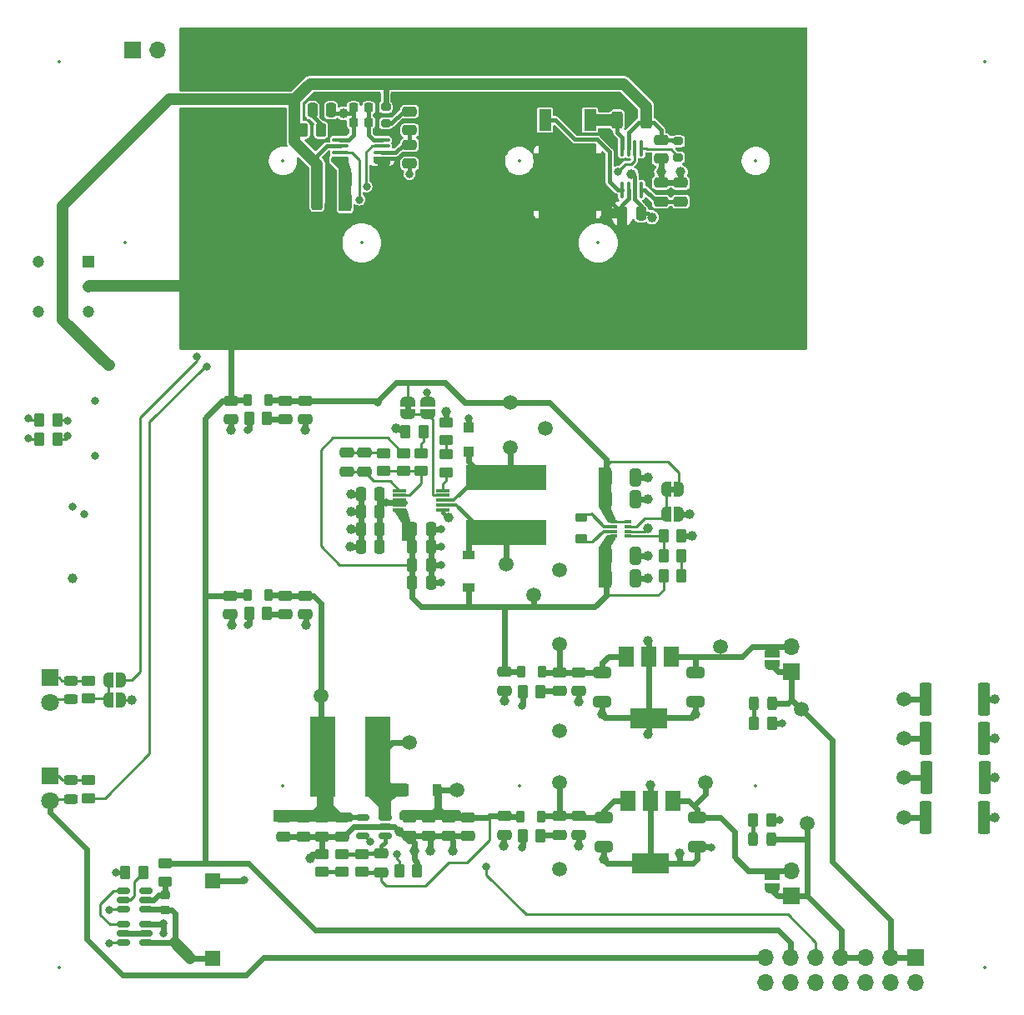
<source format=gbl>
%TF.GenerationSoftware,KiCad,Pcbnew,7.0.9*%
%TF.CreationDate,2024-07-22T22:58:02+02:00*%
%TF.ProjectId,EnvSensor-Power-v2.1,456e7653-656e-4736-9f72-2d506f776572,rev?*%
%TF.SameCoordinates,Original*%
%TF.FileFunction,Copper,L4,Bot*%
%TF.FilePolarity,Positive*%
%FSLAX46Y46*%
G04 Gerber Fmt 4.6, Leading zero omitted, Abs format (unit mm)*
G04 Created by KiCad (PCBNEW 7.0.9) date 2024-07-22 22:58:02*
%MOMM*%
%LPD*%
G01*
G04 APERTURE LIST*
G04 Aperture macros list*
%AMRoundRect*
0 Rectangle with rounded corners*
0 $1 Rounding radius*
0 $2 $3 $4 $5 $6 $7 $8 $9 X,Y pos of 4 corners*
0 Add a 4 corners polygon primitive as box body*
4,1,4,$2,$3,$4,$5,$6,$7,$8,$9,$2,$3,0*
0 Add four circle primitives for the rounded corners*
1,1,$1+$1,$2,$3*
1,1,$1+$1,$4,$5*
1,1,$1+$1,$6,$7*
1,1,$1+$1,$8,$9*
0 Add four rect primitives between the rounded corners*
20,1,$1+$1,$2,$3,$4,$5,0*
20,1,$1+$1,$4,$5,$6,$7,0*
20,1,$1+$1,$6,$7,$8,$9,0*
20,1,$1+$1,$8,$9,$2,$3,0*%
%AMFreePoly0*
4,1,19,0.500000,-0.750000,0.000000,-0.750000,0.000000,-0.744911,-0.071157,-0.744911,-0.207708,-0.704816,-0.327430,-0.627875,-0.420627,-0.520320,-0.479746,-0.390866,-0.500000,-0.250000,-0.500000,0.250000,-0.479746,0.390866,-0.420627,0.520320,-0.327430,0.627875,-0.207708,0.704816,-0.071157,0.744911,0.000000,0.744911,0.000000,0.750000,0.500000,0.750000,0.500000,-0.750000,0.500000,-0.750000,
$1*%
%AMFreePoly1*
4,1,19,0.000000,0.744911,0.071157,0.744911,0.207708,0.704816,0.327430,0.627875,0.420627,0.520320,0.479746,0.390866,0.500000,0.250000,0.500000,-0.250000,0.479746,-0.390866,0.420627,-0.520320,0.327430,-0.627875,0.207708,-0.704816,0.071157,-0.744911,0.000000,-0.744911,0.000000,-0.750000,-0.500000,-0.750000,-0.500000,0.750000,0.000000,0.750000,0.000000,0.744911,0.000000,0.744911,
$1*%
G04 Aperture macros list end*
%TA.AperFunction,ComponentPad*%
%ADD10R,1.700000X1.700000*%
%TD*%
%TA.AperFunction,ComponentPad*%
%ADD11O,1.700000X1.700000*%
%TD*%
%TA.AperFunction,ComponentPad*%
%ADD12C,1.200000*%
%TD*%
%TA.AperFunction,ComponentPad*%
%ADD13R,1.200000X1.200000*%
%TD*%
%TA.AperFunction,ComponentPad*%
%ADD14R,1.800000X1.800000*%
%TD*%
%TA.AperFunction,ComponentPad*%
%ADD15C,1.800000*%
%TD*%
%TA.AperFunction,SMDPad,CuDef*%
%ADD16RoundRect,0.243750X-0.243750X-0.456250X0.243750X-0.456250X0.243750X0.456250X-0.243750X0.456250X0*%
%TD*%
%TA.AperFunction,SMDPad,CuDef*%
%ADD17RoundRect,0.250000X-0.475000X0.250000X-0.475000X-0.250000X0.475000X-0.250000X0.475000X0.250000X0*%
%TD*%
%TA.AperFunction,SMDPad,CuDef*%
%ADD18RoundRect,0.250000X0.262500X0.450000X-0.262500X0.450000X-0.262500X-0.450000X0.262500X-0.450000X0*%
%TD*%
%TA.AperFunction,ComponentPad*%
%ADD19C,1.500000*%
%TD*%
%TA.AperFunction,SMDPad,CuDef*%
%ADD20RoundRect,0.100000X-0.712500X-0.100000X0.712500X-0.100000X0.712500X0.100000X-0.712500X0.100000X0*%
%TD*%
%TA.AperFunction,SMDPad,CuDef*%
%ADD21RoundRect,0.250000X-0.250000X-0.475000X0.250000X-0.475000X0.250000X0.475000X-0.250000X0.475000X0*%
%TD*%
%TA.AperFunction,SMDPad,CuDef*%
%ADD22RoundRect,0.250000X0.450000X-0.262500X0.450000X0.262500X-0.450000X0.262500X-0.450000X-0.262500X0*%
%TD*%
%TA.AperFunction,SMDPad,CuDef*%
%ADD23FreePoly0,270.000000*%
%TD*%
%TA.AperFunction,SMDPad,CuDef*%
%ADD24FreePoly1,270.000000*%
%TD*%
%TA.AperFunction,SMDPad,CuDef*%
%ADD25RoundRect,0.250000X0.475000X-0.250000X0.475000X0.250000X-0.475000X0.250000X-0.475000X-0.250000X0*%
%TD*%
%TA.AperFunction,SMDPad,CuDef*%
%ADD26RoundRect,0.250000X-0.362500X-1.425000X0.362500X-1.425000X0.362500X1.425000X-0.362500X1.425000X0*%
%TD*%
%TA.AperFunction,SMDPad,CuDef*%
%ADD27FreePoly0,0.000000*%
%TD*%
%TA.AperFunction,SMDPad,CuDef*%
%ADD28FreePoly1,0.000000*%
%TD*%
%TA.AperFunction,SMDPad,CuDef*%
%ADD29RoundRect,0.250000X-0.312500X-0.625000X0.312500X-0.625000X0.312500X0.625000X-0.312500X0.625000X0*%
%TD*%
%TA.AperFunction,SMDPad,CuDef*%
%ADD30RoundRect,0.250000X-0.262500X-0.450000X0.262500X-0.450000X0.262500X0.450000X-0.262500X0.450000X0*%
%TD*%
%TA.AperFunction,SMDPad,CuDef*%
%ADD31RoundRect,0.218750X-0.218750X-0.381250X0.218750X-0.381250X0.218750X0.381250X-0.218750X0.381250X0*%
%TD*%
%TA.AperFunction,SMDPad,CuDef*%
%ADD32RoundRect,0.243750X-0.456250X0.243750X-0.456250X-0.243750X0.456250X-0.243750X0.456250X0.243750X0*%
%TD*%
%TA.AperFunction,SMDPad,CuDef*%
%ADD33RoundRect,0.250000X0.250000X0.475000X-0.250000X0.475000X-0.250000X-0.475000X0.250000X-0.475000X0*%
%TD*%
%TA.AperFunction,SMDPad,CuDef*%
%ADD34R,1.400000X0.300000*%
%TD*%
%TA.AperFunction,SMDPad,CuDef*%
%ADD35R,1.000000X1.000000*%
%TD*%
%TA.AperFunction,SMDPad,CuDef*%
%ADD36RoundRect,0.150000X0.512500X0.150000X-0.512500X0.150000X-0.512500X-0.150000X0.512500X-0.150000X0*%
%TD*%
%TA.AperFunction,SMDPad,CuDef*%
%ADD37R,1.200000X0.900000*%
%TD*%
%TA.AperFunction,SMDPad,CuDef*%
%ADD38RoundRect,0.250000X-0.650000X0.325000X-0.650000X-0.325000X0.650000X-0.325000X0.650000X0.325000X0*%
%TD*%
%TA.AperFunction,SMDPad,CuDef*%
%ADD39RoundRect,0.200000X-0.275000X0.200000X-0.275000X-0.200000X0.275000X-0.200000X0.275000X0.200000X0*%
%TD*%
%TA.AperFunction,SMDPad,CuDef*%
%ADD40FreePoly0,90.000000*%
%TD*%
%TA.AperFunction,SMDPad,CuDef*%
%ADD41FreePoly1,90.000000*%
%TD*%
%TA.AperFunction,SMDPad,CuDef*%
%ADD42RoundRect,0.250000X-0.325000X-0.650000X0.325000X-0.650000X0.325000X0.650000X-0.325000X0.650000X0*%
%TD*%
%TA.AperFunction,SMDPad,CuDef*%
%ADD43R,8.200000X2.600000*%
%TD*%
%TA.AperFunction,SMDPad,CuDef*%
%ADD44R,1.500000X2.000000*%
%TD*%
%TA.AperFunction,SMDPad,CuDef*%
%ADD45R,3.800000X2.000000*%
%TD*%
%TA.AperFunction,SMDPad,CuDef*%
%ADD46R,0.670000X0.300000*%
%TD*%
%TA.AperFunction,SMDPad,CuDef*%
%ADD47RoundRect,0.250000X-0.450000X0.262500X-0.450000X-0.262500X0.450000X-0.262500X0.450000X0.262500X0*%
%TD*%
%TA.AperFunction,SMDPad,CuDef*%
%ADD48R,1.200000X2.200000*%
%TD*%
%TA.AperFunction,SMDPad,CuDef*%
%ADD49R,5.800000X6.400000*%
%TD*%
%TA.AperFunction,SMDPad,CuDef*%
%ADD50R,2.600000X8.200000*%
%TD*%
%TA.AperFunction,SMDPad,CuDef*%
%ADD51FreePoly0,180.000000*%
%TD*%
%TA.AperFunction,SMDPad,CuDef*%
%ADD52FreePoly1,180.000000*%
%TD*%
%TA.AperFunction,SMDPad,CuDef*%
%ADD53RoundRect,0.225000X0.225000X0.250000X-0.225000X0.250000X-0.225000X-0.250000X0.225000X-0.250000X0*%
%TD*%
%TA.AperFunction,SMDPad,CuDef*%
%ADD54RoundRect,0.218750X-0.381250X0.218750X-0.381250X-0.218750X0.381250X-0.218750X0.381250X0.218750X0*%
%TD*%
%TA.AperFunction,SMDPad,CuDef*%
%ADD55R,0.900000X1.200000*%
%TD*%
%TA.AperFunction,SMDPad,CuDef*%
%ADD56RoundRect,0.100000X-0.100000X0.712500X-0.100000X-0.712500X0.100000X-0.712500X0.100000X0.712500X0*%
%TD*%
%TA.AperFunction,SMDPad,CuDef*%
%ADD57R,1.500000X1.500000*%
%TD*%
%TA.AperFunction,SMDPad,CuDef*%
%ADD58RoundRect,0.225000X-0.250000X0.225000X-0.250000X-0.225000X0.250000X-0.225000X0.250000X0.225000X0*%
%TD*%
%TA.AperFunction,SMDPad,CuDef*%
%ADD59RoundRect,0.150000X-0.512500X-0.150000X0.512500X-0.150000X0.512500X0.150000X-0.512500X0.150000X0*%
%TD*%
%TA.AperFunction,SMDPad,CuDef*%
%ADD60RoundRect,0.200000X0.275000X-0.200000X0.275000X0.200000X-0.275000X0.200000X-0.275000X-0.200000X0*%
%TD*%
%TA.AperFunction,ViaPad*%
%ADD61C,0.800000*%
%TD*%
%TA.AperFunction,ViaPad*%
%ADD62C,1.000000*%
%TD*%
%TA.AperFunction,Conductor*%
%ADD63C,1.200000*%
%TD*%
%TA.AperFunction,Conductor*%
%ADD64C,0.600000*%
%TD*%
%TA.AperFunction,Conductor*%
%ADD65C,0.250000*%
%TD*%
%TA.AperFunction,Conductor*%
%ADD66C,0.400000*%
%TD*%
%TA.AperFunction,Conductor*%
%ADD67C,0.300000*%
%TD*%
%ADD68C,0.350000*%
G04 APERTURE END LIST*
%TA.AperFunction,EtchedComponent*%
%TO.C,JP2*%
G36*
X59737500Y-59400000D02*
G01*
X59137500Y-59400000D01*
X59137500Y-58900000D01*
X59737500Y-58900000D01*
X59737500Y-59400000D01*
G37*
%TD.AperFunction*%
%TA.AperFunction,EtchedComponent*%
%TO.C,JP5*%
G36*
X86537500Y-67750000D02*
G01*
X86037500Y-67750000D01*
X86037500Y-67150000D01*
X86537500Y-67150000D01*
X86537500Y-67750000D01*
G37*
%TD.AperFunction*%
%TD*%
D10*
%TO.P,J6,1,Pin_1*%
%TO.N,+3V3*%
X111000000Y-115000000D03*
D11*
%TO.P,J6,2,Pin_2*%
%TO.N,GND*%
X111000000Y-117540000D03*
%TO.P,J6,3,Pin_3*%
%TO.N,+3V3*%
X108460000Y-115000000D03*
%TO.P,J6,4,Pin_4*%
%TO.N,GND*%
X108460000Y-117540000D03*
%TO.P,J6,5,Pin_5*%
%TO.N,+5V*%
X105920000Y-115000000D03*
%TO.P,J6,6,Pin_6*%
%TO.N,GND*%
X105920000Y-117540000D03*
%TO.P,J6,7,Pin_7*%
%TO.N,+5V*%
X103380000Y-115000000D03*
%TO.P,J6,8,Pin_8*%
%TO.N,GND*%
X103380000Y-117540000D03*
%TO.P,J6,9,Pin_9*%
%TO.N,POWER_5V_ENABLE*%
X100840000Y-115000000D03*
%TO.P,J6,10,Pin_10*%
%TO.N,GND*%
X100840000Y-117540000D03*
%TO.P,J6,11,Pin_11*%
%TO.N,+BATT*%
X98300000Y-115000000D03*
%TO.P,J6,12,Pin_12*%
%TO.N,GND*%
X98300000Y-117540000D03*
%TO.P,J6,13,Pin_13*%
%TO.N,VBUS*%
X95760000Y-115000000D03*
%TO.P,J6,14,Pin_14*%
%TO.N,GND*%
X95760000Y-117540000D03*
%TD*%
D12*
%TO.P,SW1,*%
%TO.N,*%
X21917500Y-44322500D03*
X21917500Y-49402500D03*
D13*
%TO.P,SW1,1,A*%
%TO.N,/BATT_SW*%
X26997500Y-44322500D03*
D12*
%TO.P,SW1,2,B*%
%TO.N,+BATT*%
X26997500Y-46862500D03*
%TO.P,SW1,3,C*%
%TO.N,unconnected-(SW1-C-Pad3)*%
X26997500Y-49402500D03*
%TD*%
D14*
%TO.P,D7,1,K*%
%TO.N,Net-(D6-K)*%
X23102500Y-96587500D03*
D15*
%TO.P,D7,2,A*%
%TO.N,VBUS*%
X23102500Y-99127500D03*
%TD*%
D14*
%TO.P,D5,1,K*%
%TO.N,Net-(D4-K)*%
X23102500Y-86550000D03*
D15*
%TO.P,D5,2,A*%
%TO.N,VBUS*%
X23102500Y-89090000D03*
%TD*%
D16*
%TO.P,D8,1,K*%
%TO.N,Net-(D8-K)*%
X94550000Y-89200000D03*
%TO.P,D8,2,A*%
%TO.N,+3V3*%
X96425000Y-89200000D03*
%TD*%
D17*
%TO.P,C41,1*%
%TO.N,/5V_IN*%
X50725000Y-100800000D03*
%TO.P,C41,2*%
%TO.N,GND*%
X50725000Y-102700000D03*
%TD*%
D18*
%TO.P,R9,1*%
%TO.N,/PROT_VM*%
X32575000Y-106350000D03*
%TO.P,R9,2*%
%TO.N,GND*%
X30750000Y-106350000D03*
%TD*%
D17*
%TO.P,C40,1*%
%TO.N,/5V_IN*%
X48800000Y-100800000D03*
%TO.P,C40,2*%
%TO.N,GND*%
X48800000Y-102700000D03*
%TD*%
D10*
%TO.P,J3,1,Pin_1*%
%TO.N,/BATT_SW*%
X31460000Y-22800000D03*
D11*
%TO.P,J3,2,Pin_2*%
%TO.N,/BATT_BARE*%
X34000000Y-22800000D03*
%TD*%
D19*
%TO.P,TS11,1,1*%
%TO.N,/5V_REG*%
X89600000Y-97200000D03*
%TD*%
D17*
%TO.P,C33,1*%
%TO.N,/5V5_NOT_REG*%
X65550000Y-100750000D03*
%TO.P,C33,2*%
%TO.N,GND*%
X65550000Y-102650000D03*
%TD*%
D20*
%TO.P,U7,1,SENSE*%
%TO.N,/I_CHRG_SENSE*%
X52537500Y-33875000D03*
%TO.P,U7,2,ACPR*%
%TO.N,/CHRG_ACPR*%
X52537500Y-33225000D03*
%TO.P,U7,3,VIN*%
%TO.N,VBUS*%
X52537500Y-32575000D03*
%TO.P,U7,4,GND*%
%TO.N,GND*%
X52537500Y-31925000D03*
%TO.P,U7,5,TIMER*%
%TO.N,/I_CHRG_TIMER*%
X56762500Y-31925000D03*
%TO.P,U7,6,CHRG*%
%TO.N,/CHRG_CHRG*%
X56762500Y-32575000D03*
%TO.P,U7,7,GATE*%
%TO.N,/I_CHRG_GATE*%
X56762500Y-33225000D03*
%TO.P,U7,8,BAT*%
%TO.N,+BATT*%
X56762500Y-33875000D03*
%TD*%
D17*
%TO.P,C31,1*%
%TO.N,/5V5_NOT_REG*%
X61550000Y-100750000D03*
%TO.P,C31,2*%
%TO.N,GND*%
X61550000Y-102650000D03*
%TD*%
D21*
%TO.P,C4,1*%
%TO.N,/3V7_NOT_REG*%
X59850000Y-75100000D03*
%TO.P,C4,2*%
%TO.N,GND*%
X61750000Y-75100000D03*
%TD*%
D22*
%TO.P,R11,1*%
%TO.N,/3V3_LTC_FB*%
X60800000Y-65600000D03*
%TO.P,R11,2*%
%TO.N,Net-(R11-Pad2)*%
X60800000Y-63775000D03*
%TD*%
%TO.P,R28,1*%
%TO.N,/5V5_NOT_REG*%
X54725000Y-106312500D03*
%TO.P,R28,2*%
%TO.N,/5V_FB*%
X54725000Y-104487500D03*
%TD*%
D23*
%TO.P,JP9,1,1*%
%TO.N,/5V_REG*%
X96400000Y-106640000D03*
D24*
%TO.P,JP9,2,2*%
%TO.N,+5V*%
X96400000Y-107940000D03*
%TD*%
D25*
%TO.P,C29,1*%
%TO.N,/5V5_NOT_REG*%
X56725000Y-106350000D03*
%TO.P,C29,2*%
%TO.N,/5V_FB*%
X56725000Y-104450000D03*
%TD*%
D17*
%TO.P,C49,1*%
%TO.N,/BATT_3V3_FILTER*%
X47000000Y-58450000D03*
%TO.P,C49,2*%
%TO.N,Net-(C49-Pad2)*%
X47000000Y-60350000D03*
%TD*%
D19*
%TO.P,TS12,1,1*%
%TO.N,GND*%
X74800000Y-106000000D03*
%TD*%
D26*
%TO.P,R5,1*%
%TO.N,/T25*%
X112000000Y-92750000D03*
%TO.P,R5,2*%
%TO.N,GND*%
X117925000Y-92750000D03*
%TD*%
D19*
%TO.P,TS2,1,1*%
%TO.N,/3V3_LTC_SW2*%
X69400000Y-75000000D03*
%TD*%
D23*
%TO.P,JP4,1,1*%
%TO.N,/3V3_REG*%
X96375000Y-84015000D03*
D24*
%TO.P,JP4,2,2*%
%TO.N,+3V3*%
X96375000Y-85315000D03*
%TD*%
D18*
%TO.P,R1,1*%
%TO.N,Net-(J2-CC2)*%
X23817964Y-62362500D03*
%TO.P,R1,2*%
%TO.N,GND*%
X21992964Y-62362500D03*
%TD*%
D27*
%TO.P,JP6,1,1*%
%TO.N,/3V3_TSP_MODE*%
X85637500Y-69950000D03*
D28*
%TO.P,JP6,2,2*%
%TO.N,GND*%
X86937500Y-69950000D03*
%TD*%
D21*
%TO.P,C2,1*%
%TO.N,/3V7_NOT_REG*%
X59850000Y-71500000D03*
%TO.P,C2,2*%
%TO.N,GND*%
X61750000Y-71500000D03*
%TD*%
D19*
%TO.P,TS14,1,1*%
%TO.N,GND*%
X73400000Y-61200000D03*
%TD*%
D29*
%TO.P,R15,1*%
%TO.N,/L_CHRG_SENSE*%
X80675000Y-29893750D03*
%TO.P,R15,2*%
%TO.N,VBUS*%
X83600000Y-29893750D03*
%TD*%
%TO.P,R22,1*%
%TO.N,VBUS*%
X50212500Y-38175000D03*
%TO.P,R22,2*%
%TO.N,/I_CHRG_SENSE*%
X53137500Y-38175000D03*
%TD*%
D26*
%TO.P,R6,1*%
%TO.N,/T12.5*%
X112000000Y-88750000D03*
%TO.P,R6,2*%
%TO.N,GND*%
X117925000Y-88750000D03*
%TD*%
D17*
%TO.P,C17,1*%
%TO.N,+BATT*%
X41450000Y-58450000D03*
%TO.P,C17,2*%
%TO.N,GND*%
X41450000Y-60350000D03*
%TD*%
D30*
%TO.P,R17,1*%
%TO.N,/3V3_TSP_FB*%
X85375000Y-74200000D03*
%TO.P,R17,2*%
%TO.N,Net-(R16-Pad1)*%
X87200000Y-74200000D03*
%TD*%
D31*
%TO.P,L6,1*%
%TO.N,/5V5_NOT_REG*%
X70875000Y-100700000D03*
%TO.P,L6,2*%
%TO.N,/5V5_FILTERED*%
X73000000Y-100700000D03*
%TD*%
D19*
%TO.P,TS6,1,1*%
%TO.N,/5V_SW*%
X59600000Y-93200000D03*
%TD*%
D32*
%TO.P,D4,1,K*%
%TO.N,Net-(D4-K)*%
X25250000Y-86862500D03*
%TO.P,D4,2,A*%
%TO.N,VBUS*%
X25250000Y-88737500D03*
%TD*%
D19*
%TO.P,TS5,1,1*%
%TO.N,/3V3_FILTER*%
X74800000Y-83200000D03*
%TD*%
D33*
%TO.P,C7,1*%
%TO.N,/BATT_3V3_FILTER*%
X56550000Y-73300000D03*
%TO.P,C7,2*%
%TO.N,GND*%
X54650000Y-73300000D03*
%TD*%
D31*
%TO.P,L3,1*%
%TO.N,+BATT*%
X43137500Y-58400000D03*
%TO.P,L3,2*%
%TO.N,/BATT_3V3_FILTER*%
X45262500Y-58400000D03*
%TD*%
D17*
%TO.P,C12,1*%
%TO.N,Net-(C11-Pad1)*%
X53200000Y-63737500D03*
%TO.P,C12,2*%
%TO.N,/3V3_LTC_VC*%
X53200000Y-65637500D03*
%TD*%
D33*
%TO.P,C8,1*%
%TO.N,/BATT_3V3_FILTER*%
X56550000Y-71500000D03*
%TO.P,C8,2*%
%TO.N,GND*%
X54650000Y-71500000D03*
%TD*%
D19*
%TO.P,TS4,1,1*%
%TO.N,/BATT_3V3_FILTER*%
X69800000Y-58600000D03*
%TD*%
%TO.P,TS9,1,1*%
%TO.N,/5V_IN*%
X50600000Y-88400000D03*
%TD*%
D34*
%TO.P,U1,1,Rt*%
%TO.N,/3V3_LTC_Rt*%
X63000000Y-67550000D03*
%TO.P,U1,2,MODE/SYNC*%
%TO.N,/3V3_LTC_MODE*%
X63000000Y-68050000D03*
%TO.P,U1,3,SW1*%
%TO.N,/3V3_LTC_SW1*%
X63000000Y-68550000D03*
%TO.P,U1,4,SW2*%
%TO.N,/3V3_LTC_SW2*%
X63000000Y-69050000D03*
%TO.P,U1,5,GND*%
%TO.N,GND*%
X63000000Y-69550000D03*
%TO.P,U1,6,Vout*%
%TO.N,/3V7_NOT_REG*%
X58600000Y-69550000D03*
%TO.P,U1,7,Vin*%
%TO.N,/BATT_3V3_FILTER*%
X58600000Y-69050000D03*
%TO.P,U1,8,SHND/SS*%
X58600000Y-68550000D03*
%TO.P,U1,9,FB*%
%TO.N,/3V3_LTC_FB*%
X58600000Y-68050000D03*
%TO.P,U1,10,Vc*%
%TO.N,/3V3_LTC_VC*%
X58600000Y-67550000D03*
%TD*%
D19*
%TO.P,TP6,1,1*%
%TO.N,/T12.5*%
X109750000Y-88750000D03*
%TD*%
D32*
%TO.P,D6,1,K*%
%TO.N,Net-(D6-K)*%
X25250000Y-97000000D03*
%TO.P,D6,2,A*%
%TO.N,VBUS*%
X25250000Y-98875000D03*
%TD*%
D18*
%TO.P,R26,1*%
%TO.N,GND*%
X96400000Y-91200000D03*
%TO.P,R26,2*%
%TO.N,Net-(D8-K)*%
X94575000Y-91200000D03*
%TD*%
D35*
%TO.P,D2,1,K*%
%TO.N,/3V3_LTC_SW1*%
X65600000Y-63650000D03*
%TO.P,D2,2,A*%
%TO.N,GND*%
X65600000Y-61150000D03*
%TD*%
D36*
%TO.P,Q1,1,S2*%
%TO.N,GND*%
X32800000Y-111600000D03*
%TO.P,Q1,2,D2*%
%TO.N,/PROT_DRAIN*%
X32800000Y-112550000D03*
%TO.P,Q1,3,S2*%
%TO.N,-BATT*%
X32800000Y-113500000D03*
%TO.P,Q1,4,G2*%
%TO.N,/PROT_DO*%
X30525000Y-113500000D03*
%TO.P,Q1,5,D2*%
%TO.N,/PROT_DRAIN*%
X30525000Y-112550000D03*
%TO.P,Q1,6,G2*%
%TO.N,/PROT_CO*%
X30525000Y-111600000D03*
%TD*%
D17*
%TO.P,C48,1*%
%TO.N,/5V5_FILTERED*%
X74800000Y-100650000D03*
%TO.P,C48,2*%
%TO.N,Net-(C48-Pad2)*%
X74800000Y-102550000D03*
%TD*%
D37*
%TO.P,D3,1,K*%
%TO.N,/3V7_NOT_REG*%
X65600000Y-77450000D03*
%TO.P,D3,2,A*%
%TO.N,/3V3_LTC_SW2*%
X65600000Y-74150000D03*
%TD*%
D17*
%TO.P,C35,1*%
%TO.N,/5V5_FILTERED*%
X76800000Y-100650000D03*
%TO.P,C35,2*%
%TO.N,GND*%
X76800000Y-102550000D03*
%TD*%
D38*
%TO.P,C16,1*%
%TO.N,/3V3_REG*%
X88627500Y-86075000D03*
%TO.P,C16,2*%
%TO.N,GND*%
X88627500Y-89025000D03*
%TD*%
D30*
%TO.P,R35,1*%
%TO.N,GND*%
X43287500Y-80000000D03*
%TO.P,R35,2*%
%TO.N,Net-(C50-Pad2)*%
X45112500Y-80000000D03*
%TD*%
D19*
%TO.P,TP2,1,1*%
%TO.N,+5V*%
X100000000Y-101400000D03*
%TD*%
D18*
%TO.P,R18,1*%
%TO.N,GND*%
X87200000Y-72200000D03*
%TO.P,R18,2*%
%TO.N,/3V3_TSP_FB*%
X85375000Y-72200000D03*
%TD*%
D19*
%TO.P,TP5,1,1*%
%TO.N,/T25*%
X109750000Y-92750000D03*
%TD*%
D30*
%TO.P,R34,1*%
%TO.N,GND*%
X43287500Y-60200000D03*
%TO.P,R34,2*%
%TO.N,Net-(C49-Pad2)*%
X45112500Y-60200000D03*
%TD*%
D17*
%TO.P,C50,1*%
%TO.N,/5V_IN*%
X47000000Y-78250000D03*
%TO.P,C50,2*%
%TO.N,Net-(C50-Pad2)*%
X47000000Y-80150000D03*
%TD*%
D21*
%TO.P,C3,1*%
%TO.N,/3V7_NOT_REG*%
X59850000Y-73300000D03*
%TO.P,C3,2*%
%TO.N,GND*%
X61750000Y-73300000D03*
%TD*%
D36*
%TO.P,U8,1,SW*%
%TO.N,/5V_SW*%
X57112500Y-100750000D03*
%TO.P,U8,2,GND*%
%TO.N,GND*%
X57112500Y-101700000D03*
%TO.P,U8,3,FB*%
%TO.N,/5V_FB*%
X57112500Y-102650000D03*
%TO.P,U8,4,EN*%
%TO.N,POWER_5V_ENABLE*%
X54837500Y-102650000D03*
%TO.P,U8,5,VIN*%
%TO.N,/5V_IN*%
X54837500Y-100750000D03*
%TD*%
D22*
%TO.P,R31,1*%
%TO.N,Net-(R30-Pad2)*%
X50725000Y-106312500D03*
%TO.P,R31,2*%
%TO.N,GND*%
X50725000Y-104487500D03*
%TD*%
%TO.P,R25,1*%
%TO.N,/CHRG_CHRG*%
X27000000Y-98825000D03*
%TO.P,R25,2*%
%TO.N,Net-(D6-K)*%
X27000000Y-97000000D03*
%TD*%
D39*
%TO.P,R24,1*%
%TO.N,VBUS*%
X57175000Y-28600000D03*
%TO.P,R24,2*%
%TO.N,Net-(C28-Pad1)*%
X57175000Y-30250000D03*
%TD*%
D19*
%TO.P,TS9,1,1*%
%TO.N,/5V_IN*%
X50600000Y-88400000D03*
%TD*%
%TO.P,TS15,1,1*%
%TO.N,GND*%
X74800000Y-75600000D03*
%TD*%
D17*
%TO.P,C43,1*%
%TO.N,+BATT*%
X41400000Y-78250000D03*
%TO.P,C43,2*%
%TO.N,GND*%
X41400000Y-80150000D03*
%TD*%
D40*
%TO.P,JP3,1,1*%
%TO.N,/3V3_LTC_MODE*%
X61437500Y-59800000D03*
D41*
%TO.P,JP3,2,2*%
%TO.N,GND*%
X61437500Y-58500000D03*
%TD*%
D17*
%TO.P,C44,1*%
%TO.N,/5V_IN*%
X49000000Y-78250000D03*
%TO.P,C44,2*%
%TO.N,GND*%
X49000000Y-80150000D03*
%TD*%
D33*
%TO.P,C9,1*%
%TO.N,/BATT_3V3_FILTER*%
X56550000Y-69700000D03*
%TO.P,C9,2*%
%TO.N,GND*%
X54650000Y-69700000D03*
%TD*%
D42*
%TO.P,C21,1*%
%TO.N,/BATT_3V3_FILTER*%
X79562500Y-68450000D03*
%TO.P,C21,2*%
%TO.N,GND*%
X82512500Y-68450000D03*
%TD*%
D38*
%TO.P,C37,1*%
%TO.N,/5V_REG*%
X88777500Y-100775000D03*
%TO.P,C37,2*%
%TO.N,GND*%
X88777500Y-103725000D03*
%TD*%
D19*
%TO.P,TS8,1,1*%
%TO.N,/5V5_FILTERED*%
X74800000Y-97200000D03*
%TD*%
D22*
%TO.P,R19,1*%
%TO.N,Net-(JP7-Pad1)*%
X27000000Y-88712500D03*
%TO.P,R19,2*%
%TO.N,Net-(D4-K)*%
X27000000Y-86887500D03*
%TD*%
D17*
%TO.P,C19,1*%
%TO.N,VBUS*%
X85137500Y-31943750D03*
%TO.P,C19,2*%
%TO.N,GND*%
X85137500Y-33843750D03*
%TD*%
%TO.P,C18,1*%
%TO.N,/BATT_3V3_FILTER*%
X49000000Y-58450000D03*
%TO.P,C18,2*%
%TO.N,GND*%
X49000000Y-60350000D03*
%TD*%
D22*
%TO.P,R12,1*%
%TO.N,/3V3_LTC_Rt*%
X63300000Y-65712500D03*
%TO.P,R12,2*%
%TO.N,Net-(R12-Pad2)*%
X63300000Y-63887500D03*
%TD*%
D29*
%TO.P,R23,1*%
%TO.N,VBUS*%
X50212500Y-35925000D03*
%TO.P,R23,2*%
%TO.N,/I_CHRG_SENSE*%
X53137500Y-35925000D03*
%TD*%
D17*
%TO.P,C11,1*%
%TO.N,Net-(C11-Pad1)*%
X55000000Y-63737500D03*
%TO.P,C11,2*%
%TO.N,/3V3_LTC_VC*%
X55000000Y-65637500D03*
%TD*%
D22*
%TO.P,R14,1*%
%TO.N,Net-(R12-Pad2)*%
X63300000Y-62462500D03*
%TO.P,R14,2*%
%TO.N,GND*%
X63300000Y-60637500D03*
%TD*%
D43*
%TO.P,L1,1,1*%
%TO.N,/3V3_LTC_SW1*%
X69400000Y-66200000D03*
%TO.P,L1,2,2*%
%TO.N,/3V3_LTC_SW2*%
X69400000Y-71800000D03*
%TD*%
D26*
%TO.P,R4,1*%
%TO.N,/T50*%
X112037500Y-96750000D03*
%TO.P,R4,2*%
%TO.N,GND*%
X117962500Y-96750000D03*
%TD*%
D19*
%TO.P,TS10,1,1*%
%TO.N,GND*%
X74800000Y-92000000D03*
%TD*%
D44*
%TO.P,U6,1,VI*%
%TO.N,/5V5_FILTERED*%
X81727500Y-99100000D03*
%TO.P,U6,2,GND*%
%TO.N,GND*%
X84027500Y-99100000D03*
D45*
X84027500Y-105400000D03*
D44*
%TO.P,U6,3,VO*%
%TO.N,/5V_REG*%
X86327500Y-99100000D03*
%TD*%
D17*
%TO.P,C47,1*%
%TO.N,/3V3_FILTER*%
X74800000Y-86050000D03*
%TO.P,C47,2*%
%TO.N,Net-(C47-Pad2)*%
X74800000Y-87950000D03*
%TD*%
D42*
%TO.P,C23,1*%
%TO.N,/3V7_NOT_REG*%
X79562500Y-76450000D03*
%TO.P,C23,2*%
%TO.N,GND*%
X82512500Y-76450000D03*
%TD*%
D19*
%TO.P,TS1,1,1*%
%TO.N,/3V3_LTC_SW1*%
X69800000Y-63200000D03*
%TD*%
%TO.P,TS13,1,1*%
%TO.N,/3V3_REG*%
X91200000Y-83400000D03*
%TD*%
D30*
%TO.P,R33,1*%
%TO.N,GND*%
X71087500Y-102600000D03*
%TO.P,R33,2*%
%TO.N,Net-(C48-Pad2)*%
X72912500Y-102600000D03*
%TD*%
D19*
%TO.P,TP3,1,1*%
%TO.N,/T100*%
X109750000Y-100750000D03*
%TD*%
D46*
%TO.P,U4,1,Vout*%
%TO.N,/3V7_NOT_REG*%
X80297500Y-72200000D03*
%TO.P,U4,2,LX2*%
%TO.N,/3V3_TSP_LX2*%
X80297500Y-71700000D03*
%TO.P,U4,3,LX1*%
%TO.N,/3V3_TSP_LX1*%
X80297500Y-71200000D03*
%TO.P,U4,4,Vin*%
%TO.N,/BATT_3V3_FILTER*%
X80297500Y-70700000D03*
%TO.P,U4,5,EN*%
X81777500Y-70700000D03*
%TO.P,U4,6,Mode*%
%TO.N,/3V3_TSP_MODE*%
X81777500Y-71200000D03*
%TO.P,U4,7,GND*%
%TO.N,GND*%
X81777500Y-71700000D03*
%TO.P,U4,8,FB*%
%TO.N,/3V3_TSP_FB*%
X81777500Y-72200000D03*
%TD*%
D17*
%TO.P,C32,1*%
%TO.N,/5V5_NOT_REG*%
X63550000Y-100750000D03*
%TO.P,C32,2*%
%TO.N,GND*%
X63550000Y-102650000D03*
%TD*%
D47*
%TO.P,R8,1*%
%TO.N,/3V7_NOT_REG*%
X59000000Y-63775000D03*
%TO.P,R8,2*%
%TO.N,/3V3_LTC_FB*%
X59000000Y-65600000D03*
%TD*%
D23*
%TO.P,JP2,1,1*%
%TO.N,/BATT_3V3_FILTER*%
X59437500Y-58500000D03*
D24*
%TO.P,JP2,2,2*%
%TO.N,/3V3_LTC_MODE*%
X59437500Y-59800000D03*
%TD*%
D25*
%TO.P,C26,1*%
%TO.N,/L_CHRG_TIMER*%
X85137500Y-38200000D03*
%TO.P,C26,2*%
%TO.N,GND*%
X85137500Y-36300000D03*
%TD*%
D16*
%TO.P,D9,1,K*%
%TO.N,Net-(D9-K)*%
X94440000Y-103000000D03*
%TO.P,D9,2,A*%
%TO.N,+5V*%
X96315000Y-103000000D03*
%TD*%
D30*
%TO.P,R32,1*%
%TO.N,GND*%
X71087500Y-88000000D03*
%TO.P,R32,2*%
%TO.N,Net-(C47-Pad2)*%
X72912500Y-88000000D03*
%TD*%
%TO.P,R21,1*%
%TO.N,VBUS*%
X48762500Y-30925000D03*
%TO.P,R21,2*%
%TO.N,Net-(C27-Pad1)*%
X50587500Y-30925000D03*
%TD*%
D48*
%TO.P,Q2,1,G*%
%TO.N,/L_CHRG_DRV*%
X73357500Y-29918750D03*
D49*
%TO.P,Q2,2,D*%
%TO.N,+BATT*%
X75637500Y-36218750D03*
D48*
%TO.P,Q2,3,S*%
%TO.N,/L_CHRG_SENSE*%
X77917500Y-29918750D03*
%TD*%
D50*
%TO.P,L5,1,1*%
%TO.N,/5V_IN*%
X50800000Y-94600000D03*
%TO.P,L5,2,2*%
%TO.N,/5V_SW*%
X56400000Y-94600000D03*
%TD*%
D51*
%TO.P,JP5,1,1*%
%TO.N,/BATT_3V3_FILTER*%
X86937500Y-67450000D03*
D52*
%TO.P,JP5,2,2*%
%TO.N,/3V3_TSP_MODE*%
X85637500Y-67450000D03*
%TD*%
D10*
%TO.P,J5,1,Pin_1*%
%TO.N,+5V*%
X98400000Y-108740000D03*
D11*
%TO.P,J5,2,Pin_2*%
%TO.N,/5V_REG*%
X98400000Y-106200000D03*
%TD*%
D17*
%TO.P,C30,1*%
%TO.N,/5V5_NOT_REG*%
X59550000Y-100750000D03*
%TO.P,C30,2*%
%TO.N,GND*%
X59550000Y-102650000D03*
%TD*%
D19*
%TO.P,TS3,1,1*%
%TO.N,/3V7_NOT_REG*%
X72200000Y-78200000D03*
%TD*%
D25*
%TO.P,C25,1*%
%TO.N,/L_CHRG_TIMER*%
X87137500Y-38200000D03*
%TO.P,C25,2*%
%TO.N,GND*%
X87137500Y-36300000D03*
%TD*%
D53*
%TO.P,C45,1*%
%TO.N,/I_CHRG_TIMER*%
X55450000Y-30150000D03*
%TO.P,C45,2*%
%TO.N,GND*%
X53900000Y-30150000D03*
%TD*%
D47*
%TO.P,R10,1*%
%TO.N,Net-(C11-Pad1)*%
X57000000Y-63775000D03*
%TO.P,R10,2*%
%TO.N,/3V3_LTC_FB*%
X57000000Y-65600000D03*
%TD*%
D21*
%TO.P,C27,1*%
%TO.N,Net-(C27-Pad1)*%
X49725000Y-28925000D03*
%TO.P,C27,2*%
%TO.N,GND*%
X51625000Y-28925000D03*
%TD*%
D19*
%TO.P,TP4,1,1*%
%TO.N,/T50*%
X109750000Y-96750000D03*
%TD*%
D42*
%TO.P,C22,1*%
%TO.N,/3V7_NOT_REG*%
X79562500Y-74200000D03*
%TO.P,C22,2*%
%TO.N,GND*%
X82512500Y-74200000D03*
%TD*%
D30*
%TO.P,R29,1*%
%TO.N,POWER_5V_ENABLE*%
X58562500Y-106200000D03*
%TO.P,R29,2*%
%TO.N,GND*%
X60387500Y-106200000D03*
%TD*%
D17*
%TO.P,C42,1*%
%TO.N,/5V_IN*%
X52725000Y-100800000D03*
%TO.P,C42,2*%
%TO.N,GND*%
X52725000Y-102700000D03*
%TD*%
D21*
%TO.P,C5,1*%
%TO.N,/3V7_NOT_REG*%
X59850000Y-76900000D03*
%TO.P,C5,2*%
%TO.N,GND*%
X61750000Y-76900000D03*
%TD*%
D31*
%TO.P,L7,1*%
%TO.N,+BATT*%
X43137500Y-78200000D03*
%TO.P,L7,2*%
%TO.N,/5V_IN*%
X45262500Y-78200000D03*
%TD*%
D47*
%TO.P,R30,1*%
%TO.N,/5V_FB*%
X52725000Y-104487500D03*
%TO.P,R30,2*%
%TO.N,Net-(R30-Pad2)*%
X52725000Y-106312500D03*
%TD*%
D21*
%TO.P,C24,1*%
%TO.N,+BATT*%
X81187500Y-39393750D03*
%TO.P,C24,2*%
%TO.N,GND*%
X83087500Y-39393750D03*
%TD*%
D54*
%TO.P,L4,1,1*%
%TO.N,/3V3_TSP_LX1*%
X77000000Y-70300000D03*
%TO.P,L4,2,2*%
%TO.N,/3V3_TSP_LX2*%
X77000000Y-72425000D03*
%TD*%
D55*
%TO.P,D10,1,K*%
%TO.N,/5V5_NOT_REG*%
X62375000Y-97950000D03*
%TO.P,D10,2,A*%
%TO.N,/5V_SW*%
X59075000Y-97950000D03*
%TD*%
D18*
%TO.P,R16,1*%
%TO.N,Net-(R16-Pad1)*%
X87200000Y-76200000D03*
%TO.P,R16,2*%
%TO.N,/3V7_NOT_REG*%
X85375000Y-76200000D03*
%TD*%
D19*
%TO.P,TS7,1,1*%
%TO.N,/5V5_NOT_REG*%
X64400000Y-98000000D03*
%TD*%
D18*
%TO.P,R13,1*%
%TO.N,Net-(R11-Pad2)*%
X61000000Y-61600000D03*
%TO.P,R13,2*%
%TO.N,GND*%
X59175000Y-61600000D03*
%TD*%
D38*
%TO.P,C36,1*%
%TO.N,/5V5_FILTERED*%
X79277500Y-100775000D03*
%TO.P,C36,2*%
%TO.N,GND*%
X79277500Y-103725000D03*
%TD*%
D33*
%TO.P,C10,1*%
%TO.N,/BATT_3V3_FILTER*%
X56550000Y-67900000D03*
%TO.P,C10,2*%
%TO.N,GND*%
X54650000Y-67900000D03*
%TD*%
D42*
%TO.P,C20,1*%
%TO.N,/BATT_3V3_FILTER*%
X79562500Y-66200000D03*
%TO.P,C20,2*%
%TO.N,GND*%
X82512500Y-66200000D03*
%TD*%
D10*
%TO.P,J4,1,Pin_1*%
%TO.N,+3V3*%
X98400000Y-85940000D03*
D11*
%TO.P,J4,2,Pin_2*%
%TO.N,/3V3_REG*%
X98400000Y-83400000D03*
%TD*%
D17*
%TO.P,C28,1*%
%TO.N,Net-(C28-Pad1)*%
X59600000Y-29050000D03*
%TO.P,C28,2*%
%TO.N,/I_CHRG_GATE*%
X59600000Y-30950000D03*
%TD*%
D47*
%TO.P,R7,1*%
%TO.N,+BATT*%
X34800000Y-105437500D03*
%TO.P,R7,2*%
%TO.N,/PROT_VDD*%
X34800000Y-107262500D03*
%TD*%
D19*
%TO.P,TP1,1,1*%
%TO.N,+3V3*%
X99400000Y-89800000D03*
%TD*%
D56*
%TO.P,U5,1,SENSE*%
%TO.N,/L_CHRG_SENSE*%
X81162500Y-32781250D03*
%TO.P,U5,2,VDD*%
%TO.N,VBUS*%
X81812500Y-32781250D03*
%TO.P,U5,3,STAT1*%
%TO.N,/CHRG_CHRG*%
X82462500Y-32781250D03*
%TO.P,U5,4,EN*%
%TO.N,/L_CHRG_EN*%
X83112500Y-32781250D03*
%TO.P,U5,5,TIMER*%
%TO.N,/L_CHRG_TIMER*%
X83112500Y-37006250D03*
%TO.P,U5,6,VSS*%
%TO.N,GND*%
X82462500Y-37006250D03*
%TO.P,U5,7,VBAT*%
%TO.N,+BATT*%
X81812500Y-37006250D03*
%TO.P,U5,8,DRV*%
%TO.N,/L_CHRG_DRV*%
X81162500Y-37006250D03*
%TD*%
D57*
%TO.P,SW2,1,1*%
%TO.N,-BATT*%
X39600000Y-115050000D03*
%TO.P,SW2,2,2*%
%TO.N,GND*%
X39600000Y-107250000D03*
%TD*%
D38*
%TO.P,C15,1*%
%TO.N,/3V3_FILTER*%
X79127500Y-86075000D03*
%TO.P,C15,2*%
%TO.N,GND*%
X79127500Y-89025000D03*
%TD*%
D18*
%TO.P,R2,1*%
%TO.N,Net-(J2-CC1)*%
X23817964Y-60362500D03*
%TO.P,R2,2*%
%TO.N,GND*%
X21992964Y-60362500D03*
%TD*%
D31*
%TO.P,L2,1*%
%TO.N,/3V7_NOT_REG*%
X70937500Y-85950000D03*
%TO.P,L2,2*%
%TO.N,/3V3_FILTER*%
X73062500Y-85950000D03*
%TD*%
D17*
%TO.P,C39,1*%
%TO.N,/5V_IN*%
X46800000Y-100800000D03*
%TO.P,C39,2*%
%TO.N,GND*%
X46800000Y-102700000D03*
%TD*%
D44*
%TO.P,U3,1,VI*%
%TO.N,/3V3_FILTER*%
X81577500Y-84400000D03*
%TO.P,U3,2,GND*%
%TO.N,GND*%
X83877500Y-84400000D03*
D45*
X83877500Y-90700000D03*
D44*
%TO.P,U3,3,VO*%
%TO.N,/3V3_REG*%
X86177500Y-84400000D03*
%TD*%
D58*
%TO.P,C6,1*%
%TO.N,/PROT_VDD*%
X34800000Y-108662500D03*
%TO.P,C6,2*%
%TO.N,-BATT*%
X34800000Y-110212500D03*
%TD*%
D17*
%TO.P,C14,1*%
%TO.N,/3V3_FILTER*%
X76800000Y-86050000D03*
%TO.P,C14,2*%
%TO.N,GND*%
X76800000Y-87950000D03*
%TD*%
%TO.P,C38,1*%
%TO.N,/I_CHRG_GATE*%
X59600000Y-32450000D03*
%TO.P,C38,2*%
%TO.N,GND*%
X59600000Y-34350000D03*
%TD*%
%TO.P,C13,1*%
%TO.N,/3V7_NOT_REG*%
X69250000Y-86000000D03*
%TO.P,C13,2*%
%TO.N,GND*%
X69250000Y-87900000D03*
%TD*%
D59*
%TO.P,U2,1,DO*%
%TO.N,/PROT_DO*%
X30525000Y-110100000D03*
%TO.P,U2,2,VM*%
%TO.N,/PROT_VM*%
X30525000Y-109150000D03*
%TO.P,U2,3,CO*%
%TO.N,/PROT_CO*%
X30525000Y-108200000D03*
%TO.P,U2,4,NC*%
%TO.N,unconnected-(U2-NC-Pad4)*%
X32800000Y-108200000D03*
%TO.P,U2,5,VDD*%
%TO.N,/PROT_VDD*%
X32800000Y-109150000D03*
%TO.P,U2,6,VSS*%
%TO.N,-BATT*%
X32800000Y-110100000D03*
%TD*%
D18*
%TO.P,R27,1*%
%TO.N,GND*%
X96290000Y-101000000D03*
%TO.P,R27,2*%
%TO.N,Net-(D9-K)*%
X94465000Y-101000000D03*
%TD*%
D26*
%TO.P,R3,1*%
%TO.N,/T100*%
X112000000Y-100750000D03*
%TO.P,R3,2*%
%TO.N,GND*%
X117925000Y-100750000D03*
%TD*%
D53*
%TO.P,C46,1*%
%TO.N,/I_CHRG_TIMER*%
X55450000Y-28675000D03*
%TO.P,C46,2*%
%TO.N,GND*%
X53900000Y-28675000D03*
%TD*%
D17*
%TO.P,C34,1*%
%TO.N,/5V5_NOT_REG*%
X69200000Y-100650000D03*
%TO.P,C34,2*%
%TO.N,GND*%
X69200000Y-102550000D03*
%TD*%
D27*
%TO.P,JP8,1,1*%
%TO.N,Net-(JP7-Pad1)*%
X29000000Y-86800000D03*
D28*
%TO.P,JP8,2,2*%
%TO.N,/CHRG_ACPR*%
X30300000Y-86800000D03*
%TD*%
D27*
%TO.P,JP7,1,1*%
%TO.N,Net-(JP7-Pad1)*%
X29000000Y-88800000D03*
D28*
%TO.P,JP7,2,2*%
%TO.N,GND*%
X30300000Y-88800000D03*
%TD*%
D60*
%TO.P,R20,1*%
%TO.N,/L_CHRG_EN*%
X86887500Y-33718750D03*
%TO.P,R20,2*%
%TO.N,VBUS*%
X86887500Y-32068750D03*
%TD*%
D61*
%TO.N,-BATT*%
X37000000Y-114800000D03*
%TO.N,GND*%
X20889154Y-62262500D03*
D62*
X49075000Y-81200000D03*
X41450000Y-61400000D03*
D61*
X62800000Y-75100000D03*
D62*
X87137500Y-35200000D03*
X58600000Y-102250000D03*
X49000000Y-61400000D03*
D61*
X59600000Y-35400000D03*
X42800000Y-107150000D03*
X71000000Y-103800000D03*
D62*
X84200000Y-39800000D03*
X85137500Y-35200000D03*
D61*
X43200000Y-61400000D03*
X71000000Y-89400000D03*
D62*
X83827500Y-92300000D03*
D61*
X27705464Y-58412500D03*
D62*
X83787500Y-68450000D03*
D61*
X97200000Y-101000000D03*
D62*
X82137500Y-35393750D03*
D61*
X90200000Y-103800000D03*
D62*
X53650000Y-69700000D03*
D61*
X34600000Y-112550000D03*
D62*
X52900000Y-29250000D03*
D61*
X62800000Y-73300000D03*
D62*
X83827500Y-82800000D03*
X76800000Y-103700000D03*
D61*
X34600000Y-111550000D03*
X25400000Y-69182864D03*
D62*
X76800000Y-89000000D03*
D61*
X97400000Y-91200000D03*
D62*
X83787500Y-71375500D03*
D61*
X62800000Y-71500000D03*
D62*
X119000000Y-100750000D03*
X87000000Y-104400000D03*
X31400000Y-88800000D03*
D61*
X26600000Y-70000000D03*
X20889154Y-60262500D03*
D62*
X83787500Y-76450000D03*
X60100000Y-104125000D03*
X119000000Y-96750000D03*
X53650000Y-71500000D03*
X84027500Y-97500000D03*
X83787500Y-66200000D03*
X69112500Y-103700000D03*
X63550000Y-70300000D03*
X41537500Y-81200000D03*
X53650000Y-67900000D03*
D61*
X65600000Y-60200000D03*
D62*
X58200000Y-61200000D03*
X88287500Y-72200000D03*
D61*
X29800000Y-106350000D03*
D62*
X88627500Y-90300000D03*
X25355464Y-76462500D03*
X119000000Y-88750000D03*
X53600000Y-73300000D03*
X88037500Y-69950000D03*
X63975000Y-104125000D03*
X119000000Y-92750000D03*
X49475000Y-104900000D03*
X63300000Y-59550000D03*
X69250000Y-88950000D03*
X79127500Y-90300000D03*
D61*
X61400000Y-57600000D03*
D62*
X61725000Y-104125000D03*
X79277500Y-105000000D03*
D61*
X27705464Y-64012500D03*
D62*
X83787500Y-74200000D03*
D61*
X43200000Y-81200000D03*
X62800000Y-76900000D03*
%TO.N,/BATT_3V3_FILTER*%
X57200000Y-68800000D03*
X56400000Y-58600000D03*
%TO.N,VBUS*%
X29105464Y-54837500D03*
%TO.N,POWER_5V_ENABLE*%
X67400000Y-105800000D03*
X55600000Y-103250000D03*
X58350000Y-104500000D03*
%TO.N,/CHRG_ACPR*%
X38000000Y-54000000D03*
X54500000Y-38000000D03*
%TO.N,/CHRG_CHRG*%
X55224500Y-36675000D03*
X80779257Y-35141757D03*
X39000000Y-55000000D03*
%TO.N,/PROT_DO*%
X29062500Y-110150000D03*
X29062500Y-113550000D03*
%TO.N,Net-(J2-CC1)*%
X24905464Y-60512500D03*
%TO.N,Net-(J2-CC2)*%
X24905464Y-62012500D03*
%TD*%
D63*
%TO.N,-BATT*%
X35800000Y-113500000D02*
X37350000Y-115050000D01*
D64*
X32800000Y-113500000D02*
X35800000Y-113500000D01*
X37350000Y-115050000D02*
X39600000Y-115050000D01*
X32800000Y-110100000D02*
X34550000Y-110100000D01*
X35800000Y-113500000D02*
X35800000Y-110550000D01*
X34550000Y-110100000D02*
X34662500Y-110212500D01*
X35800000Y-110550000D02*
X35462500Y-110212500D01*
X35462500Y-110212500D02*
X34662500Y-110212500D01*
%TO.N,GND*%
X54650000Y-69700000D02*
X53650000Y-69700000D01*
X88777500Y-103725000D02*
X90125000Y-103725000D01*
D65*
X30300000Y-88800000D02*
X31400000Y-88800000D01*
D64*
X82512500Y-66200000D02*
X83787500Y-66200000D01*
X79677500Y-105400000D02*
X79277500Y-105000000D01*
X71087500Y-89312500D02*
X71000000Y-89400000D01*
X59927778Y-103175000D02*
X60100000Y-103347222D01*
X71087500Y-103712500D02*
X71000000Y-103800000D01*
X42800000Y-107150000D02*
X42700000Y-107250000D01*
X63300000Y-60637500D02*
X63300000Y-59550000D01*
X61775000Y-75100000D02*
X62800000Y-75100000D01*
X59475000Y-103125000D02*
X59475000Y-103175000D01*
X71087500Y-88000000D02*
X71087500Y-89312500D01*
X60387500Y-105325000D02*
X60387500Y-106200000D01*
X82512500Y-68450000D02*
X83787500Y-68450000D01*
X41450000Y-60350000D02*
X41450000Y-61400000D01*
X90125000Y-103725000D02*
X90200000Y-103800000D01*
D66*
X30750000Y-106350000D02*
X29800000Y-106350000D01*
D64*
X50725000Y-104487500D02*
X50725000Y-102700000D01*
X69250000Y-87900000D02*
X69250000Y-88950000D01*
X71087500Y-102600000D02*
X71087500Y-103712500D01*
X48800000Y-102700000D02*
X46800000Y-102700000D01*
X88777500Y-103725000D02*
X88777500Y-105000000D01*
X49637500Y-104487500D02*
X49475000Y-104650000D01*
X86937500Y-69950000D02*
X88037500Y-69950000D01*
X50725000Y-102700000D02*
X52725000Y-102700000D01*
D66*
X83800000Y-39400000D02*
X84200000Y-39800000D01*
D64*
X85137500Y-36300000D02*
X85137500Y-35200000D01*
D66*
X82462500Y-37006250D02*
X82462500Y-37968750D01*
D64*
X84027500Y-105400000D02*
X79677500Y-105400000D01*
D65*
X83463000Y-71700000D02*
X83787500Y-71375500D01*
D64*
X61725000Y-103175000D02*
X61725000Y-104125000D01*
X88377500Y-105400000D02*
X88777500Y-105000000D01*
X87000000Y-105400000D02*
X87000000Y-104400000D01*
X50725000Y-104487500D02*
X49637500Y-104487500D01*
X82512500Y-76450000D02*
X83787500Y-76450000D01*
X88327500Y-90600000D02*
X88627500Y-90300000D01*
D66*
X63000000Y-69750000D02*
X63550000Y-70300000D01*
D64*
X43287500Y-61312500D02*
X43200000Y-61400000D01*
D66*
X51950000Y-29250000D02*
X51625000Y-28925000D01*
D64*
X34600000Y-111550000D02*
X34600000Y-112550000D01*
X43287500Y-80000000D02*
X43287500Y-81112500D01*
D66*
X53875000Y-29250000D02*
X52900000Y-29250000D01*
D64*
X54650000Y-73300000D02*
X54650000Y-71500000D01*
X117962500Y-96750000D02*
X119000000Y-96750000D01*
X65550000Y-102650000D02*
X63550000Y-102650000D01*
X84027500Y-99100000D02*
X84027500Y-105400000D01*
X83877500Y-82800000D02*
X83827500Y-82800000D01*
X85137500Y-36300000D02*
X87137500Y-36300000D01*
X82512500Y-74200000D02*
X83787500Y-74200000D01*
D66*
X52900000Y-29250000D02*
X51950000Y-29250000D01*
D64*
X65600000Y-61150000D02*
X65600000Y-60200000D01*
X43287500Y-60200000D02*
X43287500Y-61312500D01*
X61550000Y-102650000D02*
X59550000Y-102650000D01*
X83877500Y-92300000D02*
X83827500Y-92300000D01*
X53900000Y-101700000D02*
X52950000Y-102650000D01*
X79427500Y-90600000D02*
X79127500Y-90300000D01*
D66*
X53900000Y-30150000D02*
X53800000Y-30150000D01*
D64*
X54650000Y-67900000D02*
X53650000Y-67900000D01*
D65*
X21992964Y-60362500D02*
X20905464Y-60362500D01*
D64*
X59475000Y-103175000D02*
X59927778Y-103175000D01*
D66*
X53875000Y-30150000D02*
X53875000Y-31425000D01*
D64*
X54650000Y-73300000D02*
X53600000Y-73300000D01*
D66*
X53875000Y-28650000D02*
X53875000Y-29250000D01*
X53875000Y-29250000D02*
X53875000Y-30150000D01*
D64*
X79127500Y-89025000D02*
X79127500Y-90300000D01*
X84027500Y-99100000D02*
X84027500Y-97500000D01*
D65*
X81777500Y-71700000D02*
X83463000Y-71700000D01*
X51900000Y-28650000D02*
X51625000Y-28925000D01*
D66*
X83087500Y-38593750D02*
X83087500Y-39393750D01*
D64*
X86427500Y-105400000D02*
X87000000Y-105400000D01*
X61775000Y-73300000D02*
X61775000Y-75100000D01*
D66*
X82462500Y-35643750D02*
X82462500Y-37006250D01*
D64*
X76800000Y-102650000D02*
X76800000Y-103700000D01*
X60100000Y-103347222D02*
X60100000Y-104125000D01*
X61775000Y-71600000D02*
X61775000Y-73300000D01*
D66*
X53375000Y-31925000D02*
X52537500Y-31925000D01*
X59600000Y-34350000D02*
X59600000Y-35400000D01*
D64*
X58050000Y-101700000D02*
X59475000Y-103125000D01*
X87137500Y-36300000D02*
X87137500Y-35200000D01*
X61750000Y-76900000D02*
X61750000Y-75125000D01*
D66*
X82137500Y-35393750D02*
X82462500Y-35643750D01*
D64*
X83877500Y-90600000D02*
X79427500Y-90600000D01*
X76800000Y-87950000D02*
X76800000Y-89000000D01*
X83877500Y-90600000D02*
X88327500Y-90600000D01*
X87200000Y-72200000D02*
X88287500Y-72200000D01*
X43287500Y-81112500D02*
X43200000Y-81200000D01*
X63975000Y-103175000D02*
X63975000Y-104125000D01*
X61775000Y-73300000D02*
X62800000Y-73300000D01*
D65*
X61437500Y-57637500D02*
X61400000Y-57600000D01*
D64*
X54650000Y-69500000D02*
X54650000Y-71500000D01*
X61750000Y-76900000D02*
X62800000Y-76900000D01*
X61775000Y-71500000D02*
X62800000Y-71500000D01*
X83877500Y-84300000D02*
X83877500Y-82800000D01*
X84027500Y-105400000D02*
X86427500Y-105400000D01*
X61750000Y-75125000D02*
X61775000Y-75100000D01*
X42700000Y-107250000D02*
X39600000Y-107250000D01*
X32800000Y-111600000D02*
X34550000Y-111600000D01*
X88627500Y-89025000D02*
X88627500Y-90300000D01*
X117925000Y-100750000D02*
X119000000Y-100750000D01*
X117925000Y-92750000D02*
X119000000Y-92750000D01*
X57112500Y-101700000D02*
X58050000Y-101700000D01*
D66*
X83087500Y-39393750D02*
X83093750Y-39400000D01*
X82462500Y-37968750D02*
X83087500Y-38593750D01*
D64*
X96290000Y-101000000D02*
X97200000Y-101000000D01*
X57112500Y-101700000D02*
X53900000Y-101700000D01*
X34550000Y-111600000D02*
X34600000Y-111550000D01*
X59175000Y-61600000D02*
X58200000Y-61200000D01*
X87000000Y-105400000D02*
X88377500Y-105400000D01*
X83877500Y-90600000D02*
X83877500Y-92300000D01*
X49075000Y-80100000D02*
X49075000Y-81200000D01*
X96400000Y-91200000D02*
X97400000Y-91200000D01*
X63550000Y-102650000D02*
X61550000Y-102650000D01*
X41537500Y-80100000D02*
X41537500Y-81200000D01*
X49000000Y-60350000D02*
X49000000Y-61400000D01*
X60100000Y-104125000D02*
X60100000Y-105037500D01*
X54650000Y-71500000D02*
X53650000Y-71500000D01*
X50725000Y-102700000D02*
X48800000Y-102700000D01*
D66*
X53875000Y-31425000D02*
X53375000Y-31925000D01*
D64*
X69112500Y-102650000D02*
X69112500Y-103700000D01*
D65*
X61437500Y-58500000D02*
X61437500Y-57637500D01*
D64*
X117925000Y-88750000D02*
X119000000Y-88750000D01*
X83877500Y-90600000D02*
X83877500Y-84300000D01*
D65*
X21992964Y-62362500D02*
X20905464Y-62362500D01*
D64*
X60100000Y-105037500D02*
X60387500Y-105325000D01*
X54650000Y-67700000D02*
X54650000Y-69700000D01*
D66*
X83093750Y-39400000D02*
X83800000Y-39400000D01*
D64*
X79277500Y-103725000D02*
X79277500Y-105000000D01*
D65*
X63000000Y-69550000D02*
X63000000Y-69750000D01*
D64*
X85137500Y-35200000D02*
X85137500Y-33843750D01*
D63*
%TO.N,+BATT*%
X58400000Y-37000000D02*
X58400000Y-38400000D01*
X41400000Y-46800000D02*
X27060000Y-46800000D01*
D64*
X41400000Y-78250000D02*
X38850000Y-78250000D01*
D66*
X81187500Y-39393750D02*
X78012500Y-36218750D01*
X78012500Y-36218750D02*
X75637500Y-36218750D01*
D64*
X34600000Y-105437500D02*
X38500000Y-105437500D01*
X38800000Y-105437500D02*
X43237500Y-105437500D01*
D63*
X56200000Y-46800000D02*
X42400000Y-46800000D01*
D64*
X41450000Y-58450000D02*
X41450000Y-46850000D01*
X38800000Y-78200000D02*
X38800000Y-105437500D01*
X97000000Y-112200000D02*
X98300000Y-113500000D01*
X38850000Y-78250000D02*
X38800000Y-78200000D01*
X41450000Y-46850000D02*
X41400000Y-46800000D01*
D63*
X58400000Y-38400000D02*
X73456250Y-38400000D01*
D64*
X50000000Y-112200000D02*
X97000000Y-112200000D01*
X43137500Y-58400000D02*
X41500000Y-58400000D01*
D63*
X56925000Y-35525000D02*
X58400000Y-37000000D01*
D64*
X41450000Y-58450000D02*
X40550000Y-58450000D01*
D66*
X81187500Y-38531250D02*
X81187500Y-39393750D01*
D64*
X42250000Y-46950000D02*
X42400000Y-46800000D01*
D63*
X73456250Y-38400000D02*
X75637500Y-36218750D01*
X27060000Y-46800000D02*
X26997500Y-46862500D01*
D64*
X41400000Y-58400000D02*
X41450000Y-58450000D01*
X43175000Y-78200000D02*
X43225000Y-78150000D01*
X38800000Y-60200000D02*
X38800000Y-78200000D01*
D63*
X42400000Y-46800000D02*
X41400000Y-46800000D01*
D64*
X40550000Y-58450000D02*
X38800000Y-60200000D01*
X41537500Y-78200000D02*
X43175000Y-78200000D01*
D63*
X56925000Y-34425000D02*
X56925000Y-35525000D01*
X58400000Y-44600000D02*
X56200000Y-46800000D01*
D64*
X98300000Y-113500000D02*
X98300000Y-115000000D01*
X43237500Y-105437500D02*
X50000000Y-112200000D01*
D66*
X81812500Y-37906250D02*
X81187500Y-38531250D01*
X81812500Y-37006250D02*
X81812500Y-37906250D01*
D63*
X58400000Y-38400000D02*
X58400000Y-44600000D01*
D64*
X38500000Y-105437500D02*
X38800000Y-105437500D01*
D65*
%TO.N,/5V5_NOT_REG*%
X56725000Y-107200000D02*
X57225000Y-107700000D01*
X63550000Y-105350000D02*
X65450000Y-105350000D01*
D64*
X67700000Y-100650000D02*
X67600000Y-100750000D01*
D65*
X61200000Y-107700000D02*
X63550000Y-105350000D01*
D64*
X64600000Y-98000000D02*
X62425000Y-98000000D01*
D65*
X56725000Y-106350000D02*
X56725000Y-107200000D01*
D64*
X67350000Y-100750000D02*
X65550000Y-100750000D01*
D65*
X67700000Y-100850000D02*
X67600000Y-100750000D01*
X57225000Y-107700000D02*
X61200000Y-107700000D01*
D64*
X69112500Y-100675000D02*
X69187500Y-100750000D01*
X62425000Y-98000000D02*
X62375000Y-97950000D01*
X64850000Y-100750000D02*
X63975000Y-100750000D01*
X70800000Y-100700000D02*
X69162500Y-100700000D01*
D66*
X56725000Y-106350000D02*
X54762500Y-106350000D01*
D64*
X69162500Y-100700000D02*
X69112500Y-100750000D01*
D65*
X67700000Y-103100000D02*
X67700000Y-100850000D01*
D64*
X69200000Y-100650000D02*
X67700000Y-100650000D01*
X67600000Y-100750000D02*
X67350000Y-100750000D01*
D65*
X65450000Y-105350000D02*
X67700000Y-103100000D01*
D64*
X54762500Y-106350000D02*
X54725000Y-106312500D01*
%TO.N,/BATT_3V3_FILTER*%
X73800000Y-58600000D02*
X79562500Y-64362500D01*
D65*
X85800000Y-64600000D02*
X80000000Y-64600000D01*
X59437500Y-58500000D02*
X59437500Y-56600000D01*
D64*
X57200000Y-68800000D02*
X59050000Y-68800000D01*
X69800000Y-58600000D02*
X73800000Y-58600000D01*
X56550000Y-67700000D02*
X56550000Y-69700000D01*
X56350000Y-58450000D02*
X58200000Y-56600000D01*
X47750000Y-58450000D02*
X56350000Y-58450000D01*
D65*
X86937500Y-65737500D02*
X85800000Y-64600000D01*
D64*
X63200000Y-56600000D02*
X65200000Y-58600000D01*
X56550000Y-69500000D02*
X56550000Y-71500000D01*
X56550000Y-69700000D02*
X56600000Y-69650000D01*
X47000000Y-58400000D02*
X46950000Y-58450000D01*
X79562500Y-64362500D02*
X79562500Y-66200000D01*
X56550000Y-71500000D02*
X56550000Y-73300000D01*
X58200000Y-56600000D02*
X63200000Y-56600000D01*
D65*
X79562500Y-65037500D02*
X79562500Y-66200000D01*
X86937500Y-67450000D02*
X86937500Y-65737500D01*
D64*
X46950000Y-58450000D02*
X46900000Y-58400000D01*
D65*
X80000000Y-64600000D02*
X79562500Y-65037500D01*
D64*
X65200000Y-58600000D02*
X69800000Y-58600000D01*
X56600000Y-68800000D02*
X57200000Y-68800000D01*
D65*
X80297500Y-70700000D02*
X81777500Y-70700000D01*
D64*
X45262500Y-58400000D02*
X46900000Y-58400000D01*
D66*
%TO.N,VBUS*%
X51175000Y-32575000D02*
X50212500Y-33537500D01*
X86187500Y-31943750D02*
X86312500Y-32068750D01*
D64*
X30500000Y-116800000D02*
X43000000Y-116800000D01*
D66*
X85137500Y-30893750D02*
X85137500Y-31943750D01*
D63*
X49500000Y-26250000D02*
X81323750Y-26250000D01*
D65*
X25250000Y-98875000D02*
X23355000Y-98875000D01*
D64*
X26800000Y-104000000D02*
X26800000Y-113100000D01*
D66*
X84387500Y-30143750D02*
X85137500Y-30893750D01*
D64*
X23102500Y-99127500D02*
X23102500Y-100302500D01*
D63*
X50212500Y-35925000D02*
X50212500Y-34412500D01*
X50212500Y-34412500D02*
X47925000Y-32125000D01*
D66*
X81812500Y-31218750D02*
X82887500Y-30143750D01*
D63*
X50212500Y-38175000D02*
X50212500Y-35925000D01*
D64*
X44800000Y-115000000D02*
X95760000Y-115000000D01*
D66*
X82887500Y-30143750D02*
X83600000Y-30143750D01*
X86312500Y-32068750D02*
X86887500Y-32068750D01*
D65*
X23355000Y-98875000D02*
X23102500Y-99127500D01*
D63*
X29037500Y-54837500D02*
X29105464Y-54837500D01*
X81323750Y-26250000D02*
X83600000Y-28526250D01*
X47925000Y-32125000D02*
X47925000Y-27825000D01*
D66*
X52537500Y-32575000D02*
X51175000Y-32575000D01*
D64*
X43000000Y-116800000D02*
X44800000Y-115000000D01*
D63*
X83600000Y-28526250D02*
X83600000Y-30143750D01*
D66*
X83600000Y-30143750D02*
X84387500Y-30143750D01*
X85137500Y-31943750D02*
X86187500Y-31943750D01*
X50212500Y-33537500D02*
X50212500Y-35925000D01*
D65*
X23455000Y-88737500D02*
X23102500Y-89090000D01*
D63*
X24400000Y-50200000D02*
X29037500Y-54837500D01*
X24400000Y-38600000D02*
X24400000Y-50200000D01*
X47925000Y-27825000D02*
X49500000Y-26250000D01*
D65*
X25250000Y-88737500D02*
X23455000Y-88737500D01*
D64*
X57175000Y-28600000D02*
X57175000Y-26425000D01*
X26800000Y-113100000D02*
X30500000Y-116800000D01*
D63*
X35175000Y-27825000D02*
X24400000Y-38600000D01*
X47925000Y-27825000D02*
X35175000Y-27825000D01*
D66*
X81812500Y-32781250D02*
X81812500Y-31218750D01*
D64*
X23102500Y-100302500D02*
X26800000Y-104000000D01*
%TO.N,/5V_SW*%
X56180000Y-94820000D02*
X56180000Y-95000000D01*
X57800000Y-93200000D02*
X56180000Y-94820000D01*
X59600000Y-93200000D02*
X57800000Y-93200000D01*
D65*
%TO.N,/3V7_NOT_REG*%
X85375000Y-76200000D02*
X85375000Y-77625000D01*
X85375000Y-77625000D02*
X84800000Y-78200000D01*
X57400000Y-62200000D02*
X58687500Y-63487500D01*
D64*
X70000000Y-79400000D02*
X72200000Y-79400000D01*
D65*
X58910050Y-63862500D02*
X59000000Y-63862500D01*
D64*
X59850000Y-78450000D02*
X60800000Y-79400000D01*
D65*
X52500000Y-75100000D02*
X50600000Y-73200000D01*
D64*
X78400000Y-79400000D02*
X79562500Y-78237500D01*
D65*
X79600000Y-78200000D02*
X79562500Y-78237500D01*
X84800000Y-78200000D02*
X79600000Y-78200000D01*
D64*
X59875000Y-73300000D02*
X59875000Y-71600000D01*
D65*
X58687500Y-63575000D02*
X59110050Y-63575000D01*
D64*
X79562500Y-78237500D02*
X79562500Y-76450000D01*
D65*
X59850000Y-75100000D02*
X52500000Y-75100000D01*
D64*
X59850000Y-78200000D02*
X59850000Y-78450000D01*
X65600000Y-77450000D02*
X65600000Y-79400000D01*
X59850000Y-76900000D02*
X59850000Y-75125000D01*
X59875000Y-75100000D02*
X59875000Y-73300000D01*
X65600000Y-79400000D02*
X69200000Y-79400000D01*
X69200000Y-79400000D02*
X70000000Y-79400000D01*
D65*
X50600000Y-63400000D02*
X51800000Y-62200000D01*
D64*
X72200000Y-79400000D02*
X72200000Y-78000000D01*
X69200000Y-85950000D02*
X69250000Y-86000000D01*
X72200000Y-79400000D02*
X78400000Y-79400000D01*
X69250000Y-86000000D02*
X69250000Y-79450000D01*
X69250000Y-79450000D02*
X69200000Y-79400000D01*
D65*
X51800000Y-62200000D02*
X57400000Y-62200000D01*
D64*
X60800000Y-79400000D02*
X65600000Y-79400000D01*
X59850000Y-75125000D02*
X59875000Y-75100000D01*
X59850000Y-76900000D02*
X59850000Y-78200000D01*
X70937500Y-85950000D02*
X69300000Y-85950000D01*
D65*
X50600000Y-73200000D02*
X50600000Y-63400000D01*
D64*
%TO.N,/3V3_REG*%
X86177500Y-84400000D02*
X88800000Y-84400000D01*
X93400000Y-84400000D02*
X94400000Y-83400000D01*
X88627500Y-86075000D02*
X88627500Y-84572500D01*
X88902500Y-85800000D02*
X88627500Y-86075000D01*
X94400000Y-83400000D02*
X98400000Y-83400000D01*
X88742500Y-86190000D02*
X88627500Y-86075000D01*
X88800000Y-84400000D02*
X93400000Y-84400000D01*
X88627500Y-84572500D02*
X88800000Y-84400000D01*
%TO.N,/5V_REG*%
X91175000Y-100775000D02*
X88777500Y-100775000D01*
X88777500Y-99950000D02*
X88777500Y-100775000D01*
X89600000Y-97200000D02*
X89600000Y-98400000D01*
X86327500Y-99100000D02*
X87927500Y-99100000D01*
X94000000Y-106200000D02*
X92600000Y-104800000D01*
X88413750Y-99586250D02*
X88777500Y-99950000D01*
X92600000Y-104800000D02*
X92600000Y-102200000D01*
X98400000Y-106200000D02*
X94000000Y-106200000D01*
X89600000Y-98400000D02*
X88413750Y-99586250D01*
X92600000Y-102200000D02*
X91175000Y-100775000D01*
X87927500Y-99100000D02*
X88413750Y-99586250D01*
%TO.N,/3V3_LTC_SW1*%
X67220000Y-66220000D02*
X69400000Y-66220000D01*
X65600000Y-63650000D02*
X65600000Y-64600000D01*
X69800000Y-65820000D02*
X69400000Y-66220000D01*
D67*
X63000000Y-68550000D02*
X64050000Y-68550000D01*
D66*
X64550000Y-68050000D02*
X66080000Y-66520000D01*
D64*
X65600000Y-64600000D02*
X67220000Y-66220000D01*
D66*
X66080000Y-66520000D02*
X69800000Y-66520000D01*
D67*
X64050000Y-68550000D02*
X64550000Y-68050000D01*
D64*
X69800000Y-63200000D02*
X69800000Y-65820000D01*
D66*
%TO.N,/3V3_LTC_SW2*%
X64550000Y-69300000D02*
X66930000Y-71680000D01*
D64*
X69400000Y-75000000D02*
X69400000Y-71380000D01*
X69400000Y-71380000D02*
X67230000Y-71380000D01*
X65600000Y-73010000D02*
X66930000Y-71680000D01*
D67*
X63000000Y-69050000D02*
X64300000Y-69050000D01*
X64300000Y-69050000D02*
X64550000Y-69300000D01*
D64*
X67230000Y-71380000D02*
X66930000Y-71680000D01*
X65600000Y-74150000D02*
X65600000Y-73010000D01*
D66*
X66930000Y-71680000D02*
X69800000Y-71680000D01*
D64*
%TO.N,+5V*%
X99940000Y-108740000D02*
X103400000Y-112200000D01*
X103400000Y-112200000D02*
X103400000Y-114980000D01*
X98400000Y-108740000D02*
X99940000Y-108740000D01*
X99800000Y-103000000D02*
X100000000Y-103200000D01*
X100000000Y-108680000D02*
X99940000Y-108740000D01*
X103380000Y-115000000D02*
X105920000Y-115000000D01*
X100000000Y-101400000D02*
X100000000Y-103200000D01*
X96315000Y-103000000D02*
X99800000Y-103000000D01*
X97000000Y-108740000D02*
X96200000Y-107940000D01*
X98400000Y-108740000D02*
X97000000Y-108740000D01*
X103400000Y-114980000D02*
X103380000Y-115000000D01*
X100000000Y-103200000D02*
X100000000Y-108680000D01*
%TO.N,+3V3*%
X97000000Y-85940000D02*
X98400000Y-85940000D01*
X102500000Y-92900000D02*
X102500000Y-105300000D01*
X96425000Y-89200000D02*
X98000000Y-89200000D01*
X98400000Y-88800000D02*
X99400000Y-89800000D01*
X99400000Y-89800000D02*
X102500000Y-92900000D01*
X98400000Y-85940000D02*
X98400000Y-88800000D01*
X98000000Y-89200000D02*
X98400000Y-88800000D01*
X108460000Y-115000000D02*
X111000000Y-115000000D01*
X96375000Y-85315000D02*
X97000000Y-85940000D01*
X102500000Y-105300000D02*
X108400000Y-111200000D01*
X108400000Y-114940000D02*
X108460000Y-115000000D01*
X108400000Y-111200000D02*
X108400000Y-114940000D01*
%TO.N,/5V5_FILTERED*%
X73050000Y-100650000D02*
X73000000Y-100700000D01*
X76876938Y-100748062D02*
X76875000Y-100750000D01*
X74800000Y-97200000D02*
X74800000Y-100650000D01*
X76825000Y-100725000D02*
X76800000Y-100750000D01*
X80300000Y-99100000D02*
X81727500Y-99100000D01*
X74800000Y-100650000D02*
X76800000Y-100650000D01*
X76925000Y-100775000D02*
X76800000Y-100650000D01*
X79277500Y-100775000D02*
X79250562Y-100748062D01*
X74800000Y-100650000D02*
X73050000Y-100650000D01*
X76750000Y-100700000D02*
X76800000Y-100750000D01*
X79277500Y-100122500D02*
X80300000Y-99100000D01*
X79277500Y-100775000D02*
X79277500Y-100122500D01*
X79277500Y-100775000D02*
X76925000Y-100775000D01*
%TO.N,/T100*%
X109750000Y-100750000D02*
X112000000Y-100750000D01*
D65*
%TO.N,POWER_5V_ENABLE*%
X71400000Y-110600000D02*
X98000000Y-110600000D01*
X67400000Y-106600000D02*
X71400000Y-110600000D01*
X54837500Y-102650000D02*
X55000000Y-102650000D01*
X67400000Y-105800000D02*
X67400000Y-106600000D01*
X58350000Y-104500000D02*
X58350000Y-105000000D01*
X58350000Y-105000000D02*
X58562500Y-105212500D01*
X58562500Y-105212500D02*
X58562500Y-106200000D01*
X55000000Y-102650000D02*
X55600000Y-103250000D01*
X100840000Y-113440000D02*
X100840000Y-115000000D01*
X98000000Y-110600000D02*
X100840000Y-113440000D01*
D66*
%TO.N,Net-(D9-K)*%
X94465000Y-101000000D02*
X94465000Y-102975000D01*
D65*
X94465000Y-102975000D02*
X94440000Y-103000000D01*
D64*
%TO.N,/T50*%
X109750000Y-96750000D02*
X112037500Y-96750000D01*
%TO.N,/T25*%
X109750000Y-92750000D02*
X112000000Y-92750000D01*
%TO.N,/T12.5*%
X109750000Y-88750000D02*
X112000000Y-88750000D01*
D65*
%TO.N,/3V3_LTC_FB*%
X59600000Y-68050000D02*
X60800000Y-66850000D01*
X60800000Y-65600000D02*
X59000000Y-65600000D01*
X60800000Y-66850000D02*
X60800000Y-65600000D01*
X58600000Y-68050000D02*
X59600000Y-68050000D01*
X59000000Y-65600000D02*
X57000000Y-65600000D01*
%TO.N,/3V3_LTC_VC*%
X55000000Y-65637500D02*
X53200000Y-65637500D01*
X57650000Y-66600000D02*
X58600000Y-67550000D01*
X55962500Y-66600000D02*
X57650000Y-66600000D01*
X55000000Y-65637500D02*
X55962500Y-66600000D01*
D64*
%TO.N,/3V3_FILTER*%
X76825000Y-86075000D02*
X76800000Y-86050000D01*
X81577500Y-84400000D02*
X79800000Y-84400000D01*
X79127500Y-86075000D02*
X77200000Y-86075000D01*
X76800000Y-86050000D02*
X74800000Y-86050000D01*
X79127500Y-85072500D02*
X79127500Y-86075000D01*
X79800000Y-84400000D02*
X79127500Y-85072500D01*
X74800000Y-83200000D02*
X74800000Y-86050000D01*
X74800000Y-86050000D02*
X73162500Y-86050000D01*
X76850000Y-86000000D02*
X76800000Y-86050000D01*
X79177500Y-86025000D02*
X79127500Y-86075000D01*
X73162500Y-86050000D02*
X73062500Y-85950000D01*
D66*
%TO.N,/I_CHRG_GATE*%
X58175000Y-33225000D02*
X58950000Y-32450000D01*
X58950000Y-32450000D02*
X59600000Y-32450000D01*
X56762500Y-33225000D02*
X58175000Y-33225000D01*
X59600000Y-32450000D02*
X59600000Y-30950000D01*
%TO.N,/I_CHRG_TIMER*%
X55425000Y-28650000D02*
X55425000Y-30150000D01*
X55925000Y-31925000D02*
X56762500Y-31925000D01*
X55425000Y-30150000D02*
X55425000Y-31425000D01*
X55425000Y-31425000D02*
X55925000Y-31925000D01*
%TO.N,/5V_FB*%
X56725000Y-104450000D02*
X54762500Y-104450000D01*
X56725000Y-104450000D02*
X56725000Y-103700000D01*
X57112500Y-102650000D02*
X57112500Y-103312500D01*
X54725000Y-104487500D02*
X52725000Y-104487500D01*
X54762500Y-104450000D02*
X54725000Y-104487500D01*
X57112500Y-103312500D02*
X56725000Y-103700000D01*
D64*
%TO.N,/5V_IN*%
X45400000Y-78200000D02*
X45350000Y-78150000D01*
X50600000Y-79000000D02*
X50600000Y-88400000D01*
X50800000Y-94600000D02*
X51020000Y-95000000D01*
X47000000Y-78250000D02*
X49000000Y-78250000D01*
X49000000Y-78250000D02*
X49850000Y-78250000D01*
X45262500Y-78200000D02*
X46950000Y-78200000D01*
X49850000Y-78250000D02*
X50600000Y-79000000D01*
X50600000Y-94400000D02*
X50800000Y-94600000D01*
X50600000Y-88400000D02*
X50600000Y-94400000D01*
X46950000Y-78200000D02*
X47000000Y-78250000D01*
D65*
%TO.N,/3V3_LTC_MODE*%
X61975000Y-60337500D02*
X61437500Y-59800000D01*
X62000000Y-68050000D02*
X61975000Y-68025000D01*
X63000000Y-68050000D02*
X62000000Y-68050000D01*
X61975000Y-68025000D02*
X61975000Y-60337500D01*
X61600000Y-59800000D02*
X59100000Y-59800000D01*
%TO.N,/3V3_LTC_Rt*%
X63000000Y-67550000D02*
X63000000Y-66850000D01*
X63000000Y-66850000D02*
X63300000Y-66550000D01*
X63300000Y-66550000D02*
X63300000Y-65712500D01*
%TO.N,/3V3_TSP_MODE*%
X81777500Y-71200000D02*
X82593750Y-71200000D01*
X85637500Y-69950000D02*
X85637500Y-67450000D01*
X85225000Y-70362500D02*
X85637500Y-69950000D01*
X82593750Y-71200000D02*
X83431250Y-70362500D01*
X83431250Y-70362500D02*
X85225000Y-70362500D01*
%TO.N,/3V3_TSP_FB*%
X81777500Y-72200000D02*
X85375000Y-72200000D01*
X85375000Y-74200000D02*
X85375000Y-72200000D01*
%TO.N,/3V3_TSP_LX1*%
X78087500Y-69962500D02*
X76487500Y-69962500D01*
D67*
X79325000Y-71200000D02*
X78087500Y-69962500D01*
X80297500Y-71200000D02*
X79325000Y-71200000D01*
D65*
%TO.N,/3V3_TSP_LX2*%
X78218750Y-72762500D02*
X76487500Y-72762500D01*
D67*
X79281250Y-71700000D02*
X78218750Y-72762500D01*
X80297500Y-71700000D02*
X79281250Y-71700000D01*
D64*
%TO.N,/PROT_DRAIN*%
X30525000Y-112550000D02*
X32800000Y-112550000D01*
%TO.N,/PROT_VDD*%
X32800000Y-109150000D02*
X33600000Y-109150000D01*
X34087500Y-108662500D02*
X34662500Y-108662500D01*
X34662500Y-107325000D02*
X34600000Y-107262500D01*
X33600000Y-109150000D02*
X34087500Y-108662500D01*
X34800000Y-108668750D02*
X34800000Y-107331250D01*
D66*
%TO.N,/L_CHRG_SENSE*%
X80675000Y-31181250D02*
X80675000Y-30143750D01*
X81162500Y-32781250D02*
X81162500Y-31668750D01*
D63*
X77917500Y-29918750D02*
X80450000Y-29918750D01*
D66*
X81162500Y-31668750D02*
X80675000Y-31181250D01*
D65*
%TO.N,/L_CHRG_EN*%
X83112500Y-32781250D02*
X83637500Y-32781250D01*
X83637500Y-32781250D02*
X83750000Y-32893750D01*
X86887500Y-33643750D02*
X86887500Y-33718750D01*
X83750000Y-32893750D02*
X86137500Y-32893750D01*
X86137500Y-32893750D02*
X86887500Y-33643750D01*
D66*
%TO.N,/L_CHRG_DRV*%
X80750000Y-37006250D02*
X79887500Y-36143750D01*
X76387500Y-31893750D02*
X74412500Y-29918750D01*
X78637500Y-31893750D02*
X76387500Y-31893750D01*
X74412500Y-29918750D02*
X73357500Y-29918750D01*
X81162500Y-37006250D02*
X80750000Y-37006250D01*
X79887500Y-36143750D02*
X79887500Y-33143750D01*
X79887500Y-33143750D02*
X78637500Y-31893750D01*
%TO.N,/L_CHRG_TIMER*%
X83500000Y-37006250D02*
X83112500Y-37006250D01*
X85137500Y-38200000D02*
X87137500Y-38200000D01*
X84387500Y-37893750D02*
X83500000Y-37006250D01*
D65*
%TO.N,/CHRG_ACPR*%
X38000000Y-54400000D02*
X38000000Y-54000000D01*
X53725000Y-33225000D02*
X52537500Y-33225000D01*
X54500000Y-34000000D02*
X53725000Y-33225000D01*
X32250000Y-60150000D02*
X38000000Y-54400000D01*
X54500000Y-38000000D02*
X54500000Y-34000000D01*
X32250000Y-85950000D02*
X32250000Y-60150000D01*
X30300000Y-86800000D02*
X31400000Y-86800000D01*
X31400000Y-86800000D02*
X32250000Y-85950000D01*
%TO.N,/CHRG_CHRG*%
X82462500Y-34068750D02*
X82462500Y-32781250D01*
X81522316Y-34393750D02*
X82137500Y-34393750D01*
X33200000Y-94300000D02*
X28675000Y-98825000D01*
X80779257Y-35141757D02*
X80779257Y-35136809D01*
X56762500Y-32575000D02*
X55775000Y-32575000D01*
X80779257Y-35136809D02*
X81522316Y-34393750D01*
X82137500Y-34393750D02*
X82462500Y-34068750D01*
X39000000Y-55000000D02*
X38800000Y-55000000D01*
X33200000Y-60600000D02*
X33200000Y-94300000D01*
X38800000Y-55000000D02*
X33200000Y-60600000D01*
X55175000Y-33175000D02*
X55175000Y-36675000D01*
X55775000Y-32575000D02*
X55175000Y-33175000D01*
X28675000Y-98825000D02*
X27000000Y-98825000D01*
%TO.N,/PROT_DO*%
X29112500Y-110100000D02*
X30525000Y-110100000D01*
X30525000Y-113500000D02*
X29112500Y-113500000D01*
X29112500Y-113500000D02*
X29062500Y-113550000D01*
X29062500Y-110150000D02*
X29112500Y-110100000D01*
%TO.N,/PROT_CO*%
X29150000Y-111600000D02*
X30525000Y-111600000D01*
X28200000Y-110650000D02*
X29150000Y-111600000D01*
X28200000Y-109550000D02*
X28200000Y-110650000D01*
X29550000Y-108200000D02*
X28200000Y-109550000D01*
X30525000Y-108200000D02*
X29550000Y-108200000D01*
%TO.N,/PROT_VM*%
X31262500Y-109150000D02*
X31662500Y-108750000D01*
X32575000Y-106350000D02*
X31662500Y-107262500D01*
X30525000Y-109150000D02*
X31262500Y-109150000D01*
X31662500Y-108750000D02*
X31662500Y-107262500D01*
%TO.N,Net-(D4-K)*%
X24000000Y-86550000D02*
X24312500Y-86862500D01*
X22952500Y-86550000D02*
X24000000Y-86550000D01*
X26975000Y-86862500D02*
X27000000Y-86887500D01*
X25250000Y-86862500D02*
X26975000Y-86862500D01*
X24312500Y-86862500D02*
X25250000Y-86862500D01*
%TO.N,Net-(D6-K)*%
X23962500Y-96587500D02*
X24375000Y-97000000D01*
X22952500Y-96587500D02*
X23962500Y-96587500D01*
X24375000Y-97000000D02*
X25250000Y-97000000D01*
X25250000Y-97000000D02*
X27000000Y-97000000D01*
D66*
%TO.N,Net-(D8-K)*%
X94575000Y-91200000D02*
X94575000Y-89225000D01*
D65*
X94575000Y-89225000D02*
X94550000Y-89200000D01*
%TO.N,Net-(J2-CC1)*%
X23817964Y-60362500D02*
X24671774Y-60362500D01*
X24671774Y-60362500D02*
X24921774Y-60612500D01*
%TO.N,Net-(J2-CC2)*%
X24671774Y-62362500D02*
X24921774Y-62112500D01*
X23817964Y-62362500D02*
X24671774Y-62362500D01*
%TO.N,Net-(JP7-Pad1)*%
X27000000Y-88712500D02*
X28762500Y-88712500D01*
X28912500Y-88712500D02*
X29000000Y-88800000D01*
X29000000Y-86800000D02*
X29000000Y-88800000D01*
%TO.N,Net-(R11-Pad2)*%
X60800000Y-63775000D02*
X60800000Y-62800000D01*
X60800000Y-62800000D02*
X61000000Y-62600000D01*
X61000000Y-62600000D02*
X61000000Y-61600000D01*
%TO.N,Net-(R12-Pad2)*%
X63300000Y-63887500D02*
X63300000Y-62462500D01*
%TO.N,Net-(R16-Pad1)*%
X87200000Y-76200000D02*
X87200000Y-74200000D01*
D66*
%TO.N,Net-(R30-Pad2)*%
X52725000Y-106312500D02*
X50725000Y-106312500D01*
%TO.N,Net-(C28-Pad1)*%
X57750000Y-30250000D02*
X58950000Y-29050000D01*
X57175000Y-30250000D02*
X57750000Y-30250000D01*
X58950000Y-29050000D02*
X59600000Y-29050000D01*
D65*
%TO.N,Net-(C11-Pad1)*%
X56962500Y-63737500D02*
X57000000Y-63775000D01*
X55000000Y-63737500D02*
X56962500Y-63737500D01*
X53200000Y-63737500D02*
X55000000Y-63737500D01*
D66*
%TO.N,Net-(C27-Pad1)*%
X49725000Y-29475000D02*
X50587500Y-30337500D01*
D65*
X49725000Y-28925000D02*
X49725000Y-29475000D01*
X50587500Y-30337500D02*
X50587500Y-30925000D01*
D64*
%TO.N,Net-(C47-Pad2)*%
X74800000Y-87950000D02*
X72962500Y-87950000D01*
X72962500Y-87950000D02*
X72912500Y-88000000D01*
%TO.N,Net-(C48-Pad2)*%
X72962500Y-102550000D02*
X72912500Y-102600000D01*
X74800000Y-102550000D02*
X72962500Y-102550000D01*
%TO.N,Net-(C49-Pad2)*%
X45262500Y-60350000D02*
X45112500Y-60200000D01*
X47000000Y-60350000D02*
X45262500Y-60350000D01*
%TO.N,Net-(C50-Pad2)*%
X47000000Y-80150000D02*
X45262500Y-80150000D01*
X45262500Y-80150000D02*
X45112500Y-80000000D01*
%TD*%
%TA.AperFunction,Conductor*%
%TO.N,/BATT_3V3_FILTER*%
G36*
X79979621Y-65220002D02*
G01*
X80026114Y-65273658D01*
X80037500Y-65326000D01*
X80037500Y-69450001D01*
X80524198Y-70423396D01*
X80537500Y-70479745D01*
X80537500Y-70723500D01*
X80517498Y-70791621D01*
X80463842Y-70838114D01*
X80411500Y-70849500D01*
X79803192Y-70849500D01*
X79735071Y-70829498D01*
X79693793Y-70786013D01*
X78804101Y-69229051D01*
X78787500Y-69166538D01*
X78787500Y-65326000D01*
X78807502Y-65257879D01*
X78861158Y-65211386D01*
X78913500Y-65200000D01*
X79911500Y-65200000D01*
X79979621Y-65220002D01*
G37*
%TD.AperFunction*%
%TD*%
%TA.AperFunction,Conductor*%
%TO.N,/5V_SW*%
G36*
X56892121Y-94320002D02*
G01*
X56938614Y-94373658D01*
X56950000Y-94426000D01*
X56950000Y-96500001D01*
X57749998Y-97299999D01*
X57750000Y-97300000D01*
X59224000Y-97300000D01*
X59292121Y-97320002D01*
X59338614Y-97373658D01*
X59350000Y-97426000D01*
X59350000Y-98524000D01*
X59329998Y-98592121D01*
X59276342Y-98638614D01*
X59224000Y-98650000D01*
X58350000Y-98650000D01*
X58349999Y-98650000D01*
X58349997Y-98650001D01*
X57725001Y-99099998D01*
X57725000Y-99100000D01*
X57725000Y-100824000D01*
X57704998Y-100892121D01*
X57651342Y-100938614D01*
X57599000Y-100950000D01*
X56601000Y-100950000D01*
X56532879Y-100929998D01*
X56486386Y-100876342D01*
X56475000Y-100824000D01*
X56475000Y-99700001D01*
X56474999Y-99699999D01*
X55384078Y-98536348D01*
X55352080Y-98472972D01*
X55350000Y-98450172D01*
X55350000Y-94426000D01*
X55370002Y-94357879D01*
X55423658Y-94311386D01*
X55476000Y-94300000D01*
X56824000Y-94300000D01*
X56892121Y-94320002D01*
G37*
%TD.AperFunction*%
%TD*%
%TA.AperFunction,Conductor*%
%TO.N,+BATT*%
G36*
X99942121Y-20520002D02*
G01*
X99988614Y-20573658D01*
X100000000Y-20626000D01*
X100000000Y-53124000D01*
X99979998Y-53192121D01*
X99926342Y-53238614D01*
X99874000Y-53250000D01*
X36376000Y-53250000D01*
X36307879Y-53229998D01*
X36261386Y-53176342D01*
X36250000Y-53124000D01*
X36250000Y-42400000D01*
X52769454Y-42400000D01*
X52789613Y-42681864D01*
X52849678Y-42957977D01*
X52849680Y-42957984D01*
X52898409Y-43088634D01*
X52948431Y-43222748D01*
X52948433Y-43222752D01*
X53083857Y-43470761D01*
X53253200Y-43696979D01*
X53253208Y-43696988D01*
X53453011Y-43896791D01*
X53453020Y-43896799D01*
X53566768Y-43981948D01*
X53679236Y-44066141D01*
X53927251Y-44201568D01*
X54192016Y-44300320D01*
X54468139Y-44360387D01*
X54679447Y-44375500D01*
X54679453Y-44375500D01*
X54820547Y-44375500D01*
X54820553Y-44375500D01*
X55031861Y-44360387D01*
X55307984Y-44300320D01*
X55572749Y-44201568D01*
X55820764Y-44066141D01*
X56046982Y-43896797D01*
X56246797Y-43696982D01*
X56416141Y-43470764D01*
X56551568Y-43222749D01*
X56650320Y-42957984D01*
X56710387Y-42681861D01*
X56730546Y-42400000D01*
X76769454Y-42400000D01*
X76789613Y-42681864D01*
X76849678Y-42957977D01*
X76849680Y-42957984D01*
X76898409Y-43088634D01*
X76948431Y-43222748D01*
X76948433Y-43222752D01*
X77083857Y-43470761D01*
X77253200Y-43696979D01*
X77253208Y-43696988D01*
X77453011Y-43896791D01*
X77453020Y-43896799D01*
X77566768Y-43981948D01*
X77679236Y-44066141D01*
X77927251Y-44201568D01*
X78192016Y-44300320D01*
X78468139Y-44360387D01*
X78679447Y-44375500D01*
X78679453Y-44375500D01*
X78820547Y-44375500D01*
X78820553Y-44375500D01*
X79031861Y-44360387D01*
X79307984Y-44300320D01*
X79572749Y-44201568D01*
X79820764Y-44066141D01*
X80046982Y-43896797D01*
X80246797Y-43696982D01*
X80416141Y-43470764D01*
X80551568Y-43222749D01*
X80650320Y-42957984D01*
X80710387Y-42681861D01*
X80730546Y-42400000D01*
X80710387Y-42118139D01*
X80650320Y-41842016D01*
X80551568Y-41577251D01*
X80416141Y-41329236D01*
X80331948Y-41216768D01*
X80246799Y-41103020D01*
X80246791Y-41103011D01*
X80046988Y-40903208D01*
X80046979Y-40903200D01*
X79820761Y-40733857D01*
X79572752Y-40598433D01*
X79572748Y-40598431D01*
X79438634Y-40548409D01*
X79307984Y-40499680D01*
X79307980Y-40499679D01*
X79307977Y-40499678D01*
X79031863Y-40439613D01*
X79031864Y-40439613D01*
X78961425Y-40434575D01*
X78820553Y-40424500D01*
X78679447Y-40424500D01*
X78552662Y-40433567D01*
X78468135Y-40439613D01*
X78192022Y-40499678D01*
X78192017Y-40499679D01*
X78192016Y-40499680D01*
X78141141Y-40518655D01*
X77927251Y-40598431D01*
X77927247Y-40598433D01*
X77679238Y-40733857D01*
X77453020Y-40903200D01*
X77453011Y-40903208D01*
X77253208Y-41103011D01*
X77253200Y-41103020D01*
X77083857Y-41329238D01*
X76948433Y-41577247D01*
X76948431Y-41577251D01*
X76849678Y-41842022D01*
X76789613Y-42118135D01*
X76769454Y-42400000D01*
X56730546Y-42400000D01*
X56710387Y-42118139D01*
X56650320Y-41842016D01*
X56551568Y-41577251D01*
X56416141Y-41329236D01*
X56331948Y-41216768D01*
X56246799Y-41103020D01*
X56246791Y-41103011D01*
X56046988Y-40903208D01*
X56046979Y-40903200D01*
X55820761Y-40733857D01*
X55572752Y-40598433D01*
X55572748Y-40598431D01*
X55438634Y-40548409D01*
X55307984Y-40499680D01*
X55307980Y-40499679D01*
X55307977Y-40499678D01*
X55031863Y-40439613D01*
X55031864Y-40439613D01*
X54961425Y-40434575D01*
X54820553Y-40424500D01*
X54679447Y-40424500D01*
X54552662Y-40433567D01*
X54468135Y-40439613D01*
X54192022Y-40499678D01*
X54192017Y-40499679D01*
X54192016Y-40499680D01*
X54141141Y-40518655D01*
X53927251Y-40598431D01*
X53927247Y-40598433D01*
X53679238Y-40733857D01*
X53453020Y-40903200D01*
X53453011Y-40903208D01*
X53253208Y-41103011D01*
X53253200Y-41103020D01*
X53083857Y-41329238D01*
X52948433Y-41577247D01*
X52948431Y-41577251D01*
X52849678Y-41842022D01*
X52789613Y-42118135D01*
X52769454Y-42400000D01*
X36250000Y-42400000D01*
X36250000Y-28751500D01*
X36270002Y-28683379D01*
X36323658Y-28636886D01*
X36376000Y-28625500D01*
X46998500Y-28625500D01*
X47066621Y-28645502D01*
X47113114Y-28699158D01*
X47124500Y-28751500D01*
X47124500Y-32034806D01*
X47124500Y-32215194D01*
X47133782Y-32255865D01*
X47134960Y-32262802D01*
X47139632Y-32304255D01*
X47139632Y-32304257D01*
X47139633Y-32304259D01*
X47153401Y-32343608D01*
X47155357Y-32350399D01*
X47164638Y-32391055D01*
X47164642Y-32391065D01*
X47182732Y-32428632D01*
X47185437Y-32435162D01*
X47199208Y-32474516D01*
X47201795Y-32479888D01*
X47213329Y-32549942D01*
X47185159Y-32615110D01*
X47126227Y-32654703D01*
X47057341Y-32656701D01*
X46988738Y-32639328D01*
X46809789Y-32624500D01*
X46809787Y-32624500D01*
X46690213Y-32624500D01*
X46690211Y-32624500D01*
X46656880Y-32627262D01*
X46511263Y-32639328D01*
X46511260Y-32639328D01*
X46511257Y-32639329D01*
X46279038Y-32698135D01*
X46279034Y-32698137D01*
X46059660Y-32794363D01*
X45859116Y-32925385D01*
X45682868Y-33087631D01*
X45538795Y-33272738D01*
X45535729Y-33276677D01*
X45421782Y-33487231D01*
X45421711Y-33487363D01*
X45343931Y-33713930D01*
X45343929Y-33713937D01*
X45325405Y-33824945D01*
X45304500Y-33950222D01*
X45304500Y-34189778D01*
X45326615Y-34322303D01*
X45343929Y-34426062D01*
X45343931Y-34426069D01*
X45415183Y-34633621D01*
X45421713Y-34652641D01*
X45535729Y-34863323D01*
X45682866Y-35052366D01*
X45859113Y-35214612D01*
X45859115Y-35214613D01*
X45859116Y-35214614D01*
X46059660Y-35345636D01*
X46059659Y-35345636D01*
X46200324Y-35407337D01*
X46279038Y-35441864D01*
X46511263Y-35500672D01*
X46672437Y-35514027D01*
X46690211Y-35515500D01*
X46690213Y-35515500D01*
X46809789Y-35515500D01*
X46826721Y-35514096D01*
X46988737Y-35500672D01*
X47220962Y-35441864D01*
X47440340Y-35345636D01*
X47640887Y-35214612D01*
X47817134Y-35052366D01*
X47964271Y-34863323D01*
X48078287Y-34652641D01*
X48156070Y-34426065D01*
X48195500Y-34189778D01*
X48195500Y-33950222D01*
X48194719Y-33945543D01*
X48175584Y-33830872D01*
X48184100Y-33760388D01*
X48229372Y-33705698D01*
X48297024Y-33684165D01*
X48365578Y-33702626D01*
X48388960Y-33721038D01*
X49375095Y-34707173D01*
X49409121Y-34769485D01*
X49412000Y-34796268D01*
X49412000Y-35880046D01*
X49412000Y-38219954D01*
X49427132Y-38354255D01*
X49437485Y-38383842D01*
X49442429Y-38397971D01*
X49449500Y-38439586D01*
X49449500Y-38854266D01*
X49452354Y-38884700D01*
X49452355Y-38884704D01*
X49497206Y-39012881D01*
X49497208Y-39012885D01*
X49577849Y-39122150D01*
X49687114Y-39202791D01*
X49687118Y-39202793D01*
X49815301Y-39247646D01*
X49845734Y-39250500D01*
X49845736Y-39250500D01*
X50579264Y-39250500D01*
X50579266Y-39250500D01*
X50609699Y-39247646D01*
X50737882Y-39202793D01*
X50775518Y-39175017D01*
X50847150Y-39122150D01*
X50927791Y-39012885D01*
X50927793Y-39012881D01*
X50930098Y-39006296D01*
X50972646Y-38884699D01*
X50975500Y-38854266D01*
X50975500Y-38439586D01*
X50982571Y-38397971D01*
X50987515Y-38383842D01*
X50997868Y-38354255D01*
X51013000Y-38219954D01*
X51013000Y-35880046D01*
X51013000Y-34367546D01*
X51013000Y-34322306D01*
X51013000Y-34322303D01*
X51004575Y-34285395D01*
X51003718Y-34281641D01*
X51002537Y-34274691D01*
X50997868Y-34233245D01*
X50984089Y-34193867D01*
X50982139Y-34187095D01*
X50981145Y-34182739D01*
X50972860Y-34146439D01*
X50954763Y-34108860D01*
X50952062Y-34102338D01*
X50938289Y-34062978D01*
X50916093Y-34027654D01*
X50912689Y-34021493D01*
X50894592Y-33983914D01*
X50894590Y-33983911D01*
X50868591Y-33951309D01*
X50864499Y-33945543D01*
X50854404Y-33929476D01*
X50842316Y-33910238D01*
X50714762Y-33782684D01*
X50713330Y-33781252D01*
X50679304Y-33718940D01*
X50684369Y-33648125D01*
X50713327Y-33603064D01*
X51303989Y-33012404D01*
X51366301Y-32978379D01*
X51393084Y-32975500D01*
X51398500Y-32975500D01*
X51466621Y-32995502D01*
X51513114Y-33049158D01*
X51524500Y-33101500D01*
X51524500Y-33369860D01*
X51524501Y-33369866D01*
X51527414Y-33394989D01*
X51527416Y-33394994D01*
X51543156Y-33430642D01*
X51552374Y-33501038D01*
X51522069Y-33565242D01*
X51517850Y-33569671D01*
X51517472Y-33570165D01*
X51472823Y-33649986D01*
X51452827Y-33718091D01*
X51452824Y-33718104D01*
X51446832Y-33759784D01*
X51444500Y-33776002D01*
X51444500Y-34103315D01*
X51445090Y-34114311D01*
X51445090Y-34114312D01*
X51448543Y-34146442D01*
X51448556Y-34146555D01*
X51472517Y-34223080D01*
X51504502Y-34281655D01*
X51506545Y-34285395D01*
X51541589Y-34332207D01*
X51541594Y-34332213D01*
X51541595Y-34332214D01*
X52182595Y-34973214D01*
X52216619Y-35035525D01*
X52219499Y-35062308D01*
X52219499Y-39048994D01*
X52219500Y-39049006D01*
X52220893Y-39061960D01*
X52224196Y-39092681D01*
X52235582Y-39145023D01*
X52238070Y-39155203D01*
X52281079Y-39235916D01*
X52291242Y-39247645D01*
X52327568Y-39289568D01*
X52345166Y-39307528D01*
X52424986Y-39352176D01*
X52483524Y-39369363D01*
X52493104Y-39372176D01*
X52551000Y-39380500D01*
X52551003Y-39380500D01*
X53548994Y-39380500D01*
X53549000Y-39380500D01*
X53592681Y-39375804D01*
X53645023Y-39364418D01*
X53655203Y-39361930D01*
X53735916Y-39318921D01*
X53778420Y-39282091D01*
X53789569Y-39272431D01*
X53789568Y-39272432D01*
X53790883Y-39271142D01*
X53807527Y-39254835D01*
X53852174Y-39175017D01*
X53852174Y-39175016D01*
X53852176Y-39175013D01*
X53868695Y-39118750D01*
X72229500Y-39118750D01*
X72229500Y-39467347D01*
X72236005Y-39527843D01*
X72287055Y-39664714D01*
X72287055Y-39664715D01*
X72374595Y-39781654D01*
X72491534Y-39869194D01*
X72628406Y-39920244D01*
X72688902Y-39926749D01*
X72688915Y-39926750D01*
X72737500Y-39926750D01*
X72737500Y-39118750D01*
X78537500Y-39118750D01*
X78537500Y-39926750D01*
X78586085Y-39926750D01*
X78586097Y-39926749D01*
X78646593Y-39920244D01*
X78717627Y-39893750D01*
X80179500Y-39893750D01*
X80179500Y-39919266D01*
X80190105Y-40023068D01*
X80190106Y-40023071D01*
X80245842Y-40191275D01*
X80338865Y-40342089D01*
X80338870Y-40342095D01*
X80464154Y-40467379D01*
X80464160Y-40467384D01*
X80614974Y-40560407D01*
X80687500Y-40584439D01*
X80687500Y-39893750D01*
X80179500Y-39893750D01*
X78717627Y-39893750D01*
X78783464Y-39869194D01*
X78783465Y-39869194D01*
X78900404Y-39781654D01*
X78987944Y-39664715D01*
X78987944Y-39664714D01*
X79038994Y-39527843D01*
X79045499Y-39467347D01*
X79045500Y-39467335D01*
X79045500Y-39118750D01*
X78537500Y-39118750D01*
X72737500Y-39118750D01*
X72229500Y-39118750D01*
X53868695Y-39118750D01*
X53872176Y-39106896D01*
X53880500Y-39049000D01*
X53880500Y-38955107D01*
X53887571Y-38913492D01*
X53892117Y-38900499D01*
X53897646Y-38884699D01*
X53900500Y-38854266D01*
X53900500Y-38552404D01*
X53920502Y-38484283D01*
X53974158Y-38437790D01*
X54044432Y-38427686D01*
X54103204Y-38452442D01*
X54185978Y-38515957D01*
X54197159Y-38524536D01*
X54343238Y-38585044D01*
X54500000Y-38605682D01*
X54656762Y-38585044D01*
X54802841Y-38524536D01*
X54928282Y-38428282D01*
X55024536Y-38302841D01*
X55085044Y-38156762D01*
X55105682Y-38000000D01*
X55101858Y-37970957D01*
X55085044Y-37843239D01*
X55062472Y-37788744D01*
X55024536Y-37697159D01*
X54928282Y-37571718D01*
X54928280Y-37571716D01*
X54928279Y-37571715D01*
X54874796Y-37530676D01*
X54832929Y-37473338D01*
X54825500Y-37430714D01*
X54825500Y-37348277D01*
X54845502Y-37280156D01*
X54899158Y-37233663D01*
X54969432Y-37223559D01*
X54999714Y-37231867D01*
X55067738Y-37260044D01*
X55224500Y-37280682D01*
X55381262Y-37260044D01*
X55527341Y-37199536D01*
X55652782Y-37103282D01*
X55749036Y-36977841D01*
X55809544Y-36831762D01*
X55830182Y-36675000D01*
X55824335Y-36630591D01*
X55809544Y-36518239D01*
X55761840Y-36403070D01*
X55749036Y-36372159D01*
X55652782Y-36246718D01*
X55652780Y-36246716D01*
X55652779Y-36246715D01*
X55549796Y-36167693D01*
X55507929Y-36110355D01*
X55500500Y-36067731D01*
X55500500Y-34654266D01*
X58674500Y-34654266D01*
X58677354Y-34684700D01*
X58677355Y-34684704D01*
X58722206Y-34812881D01*
X58722208Y-34812885D01*
X58802849Y-34922150D01*
X58912114Y-35002791D01*
X58912118Y-35002793D01*
X58963129Y-35020643D01*
X59020821Y-35062021D01*
X59046983Y-35128022D01*
X59037923Y-35187789D01*
X59014956Y-35243237D01*
X58994318Y-35399999D01*
X58994318Y-35400000D01*
X59014955Y-35556760D01*
X59071157Y-35692442D01*
X59075464Y-35702841D01*
X59171718Y-35828282D01*
X59297159Y-35924536D01*
X59443238Y-35985044D01*
X59600000Y-36005682D01*
X59756762Y-35985044D01*
X59902841Y-35924536D01*
X60028282Y-35828282D01*
X60124536Y-35702841D01*
X60185044Y-35556762D01*
X60205682Y-35400000D01*
X60185044Y-35243238D01*
X60162075Y-35187787D01*
X60154487Y-35117201D01*
X60186266Y-35053714D01*
X60236870Y-35020643D01*
X60266948Y-35010118D01*
X60287882Y-35002793D01*
X60397150Y-34922150D01*
X60477793Y-34812882D01*
X60522646Y-34684699D01*
X60525500Y-34654266D01*
X60525500Y-34189778D01*
X69304500Y-34189778D01*
X69326615Y-34322303D01*
X69343929Y-34426062D01*
X69343931Y-34426069D01*
X69415183Y-34633621D01*
X69421713Y-34652641D01*
X69535729Y-34863323D01*
X69682866Y-35052366D01*
X69859113Y-35214612D01*
X69859115Y-35214613D01*
X69859116Y-35214614D01*
X70059660Y-35345636D01*
X70059659Y-35345636D01*
X70200324Y-35407337D01*
X70279038Y-35441864D01*
X70511263Y-35500672D01*
X70672437Y-35514027D01*
X70690211Y-35515500D01*
X70690213Y-35515500D01*
X70809789Y-35515500D01*
X70826721Y-35514096D01*
X70988737Y-35500672D01*
X71220962Y-35441864D01*
X71440340Y-35345636D01*
X71640887Y-35214612D01*
X71817134Y-35052366D01*
X71964271Y-34863323D01*
X72078287Y-34652641D01*
X72156070Y-34426065D01*
X72195500Y-34189778D01*
X72195500Y-33950222D01*
X72156070Y-33713935D01*
X72127391Y-33630395D01*
X72077705Y-33485662D01*
X72074505Y-33414737D01*
X72086679Y-33393772D01*
X72085568Y-33393932D01*
X72020988Y-33364438D01*
X71992687Y-33329184D01*
X71987040Y-33318750D01*
X72214955Y-33318750D01*
X72737500Y-33318750D01*
X72737500Y-32510750D01*
X72688902Y-32510750D01*
X72628406Y-32517255D01*
X72491535Y-32568305D01*
X72491534Y-32568305D01*
X72374595Y-32655845D01*
X72287055Y-32772784D01*
X72287055Y-32772785D01*
X72236005Y-32909656D01*
X72229500Y-32970152D01*
X72229500Y-33269214D01*
X72214955Y-33318750D01*
X71987040Y-33318750D01*
X71964274Y-33276682D01*
X71964270Y-33276676D01*
X71817134Y-33087634D01*
X71810302Y-33081345D01*
X71724964Y-33002786D01*
X71640887Y-32925388D01*
X71640884Y-32925386D01*
X71640883Y-32925385D01*
X71440339Y-32794363D01*
X71440340Y-32794363D01*
X71220965Y-32698137D01*
X71220961Y-32698135D01*
X70988742Y-32639329D01*
X70988740Y-32639328D01*
X70988737Y-32639328D01*
X70843120Y-32627262D01*
X70809789Y-32624500D01*
X70809787Y-32624500D01*
X70690213Y-32624500D01*
X70690211Y-32624500D01*
X70656880Y-32627262D01*
X70511263Y-32639328D01*
X70511260Y-32639328D01*
X70511257Y-32639329D01*
X70279038Y-32698135D01*
X70279034Y-32698137D01*
X70059660Y-32794363D01*
X69859116Y-32925385D01*
X69682868Y-33087631D01*
X69538795Y-33272738D01*
X69535729Y-33276677D01*
X69421782Y-33487231D01*
X69421711Y-33487363D01*
X69343931Y-33713930D01*
X69343929Y-33713937D01*
X69325405Y-33824945D01*
X69304500Y-33950222D01*
X69304500Y-34189778D01*
X60525500Y-34189778D01*
X60525500Y-34045734D01*
X60522646Y-34015301D01*
X60520200Y-34008312D01*
X60477793Y-33887118D01*
X60477791Y-33887114D01*
X60397150Y-33777849D01*
X60287885Y-33697208D01*
X60287881Y-33697206D01*
X60159704Y-33652355D01*
X60159700Y-33652354D01*
X60129266Y-33649500D01*
X59070734Y-33649500D01*
X59070733Y-33649500D01*
X59040299Y-33652354D01*
X59040295Y-33652355D01*
X58912118Y-33697206D01*
X58912114Y-33697208D01*
X58802849Y-33777849D01*
X58722208Y-33887114D01*
X58722206Y-33887118D01*
X58677355Y-34015295D01*
X58677354Y-34015299D01*
X58674500Y-34045733D01*
X58674500Y-34654266D01*
X55500500Y-34654266D01*
X55500500Y-34575223D01*
X55520502Y-34507102D01*
X55574158Y-34460609D01*
X55644432Y-34450505D01*
X55703205Y-34475261D01*
X55743374Y-34506084D01*
X55743378Y-34506087D01*
X55891281Y-34567350D01*
X56010155Y-34582999D01*
X56562500Y-34582999D01*
X56562500Y-34075000D01*
X56962500Y-34075000D01*
X56962500Y-34582999D01*
X57514846Y-34582999D01*
X57514854Y-34582998D01*
X57633718Y-34567349D01*
X57633719Y-34567349D01*
X57781621Y-34506087D01*
X57781629Y-34506082D01*
X57908630Y-34408630D01*
X58006082Y-34281629D01*
X58006087Y-34281621D01*
X58067350Y-34133718D01*
X58075081Y-34075000D01*
X56962500Y-34075000D01*
X56562500Y-34075000D01*
X56562500Y-33801000D01*
X56582502Y-33732879D01*
X56636158Y-33686386D01*
X56688500Y-33675000D01*
X58075080Y-33675000D01*
X58080849Y-33668422D01*
X58140803Y-33630395D01*
X58175580Y-33625500D01*
X58238431Y-33625500D01*
X58238433Y-33625500D01*
X58259360Y-33618700D01*
X58278569Y-33614088D01*
X58300304Y-33610646D01*
X58319910Y-33600655D01*
X58338161Y-33593095D01*
X58359090Y-33586296D01*
X58376891Y-33573362D01*
X58393741Y-33563036D01*
X58413342Y-33553050D01*
X58428717Y-33537673D01*
X58428726Y-33537667D01*
X58480731Y-33485662D01*
X58820194Y-33146197D01*
X58882504Y-33112174D01*
X58950903Y-33116365D01*
X59040295Y-33147644D01*
X59040301Y-33147646D01*
X59070734Y-33150500D01*
X59070736Y-33150500D01*
X60129264Y-33150500D01*
X60129266Y-33150500D01*
X60159699Y-33147646D01*
X60287882Y-33102793D01*
X60289281Y-33101761D01*
X60397150Y-33022150D01*
X60477791Y-32912885D01*
X60477793Y-32912881D01*
X60478922Y-32909656D01*
X60522646Y-32784699D01*
X60525500Y-32754266D01*
X60525500Y-32145734D01*
X60522646Y-32115301D01*
X60477793Y-31987118D01*
X60477791Y-31987114D01*
X60397150Y-31877849D01*
X60293536Y-31801379D01*
X60250604Y-31744834D01*
X60245057Y-31674055D01*
X60278658Y-31611513D01*
X60293536Y-31598621D01*
X60397150Y-31522150D01*
X60477791Y-31412885D01*
X60477793Y-31412881D01*
X60482305Y-31399988D01*
X60522646Y-31284699D01*
X60525500Y-31254266D01*
X60525500Y-30645734D01*
X60522646Y-30615301D01*
X60508650Y-30575304D01*
X60477793Y-30487118D01*
X60477791Y-30487114D01*
X60397150Y-30377849D01*
X60287885Y-30297208D01*
X60287881Y-30297206D01*
X60159704Y-30252355D01*
X60159700Y-30252354D01*
X60129266Y-30249500D01*
X59070734Y-30249500D01*
X59070733Y-30249500D01*
X59040299Y-30252354D01*
X59040295Y-30252355D01*
X58912118Y-30297206D01*
X58912114Y-30297208D01*
X58802849Y-30377849D01*
X58722208Y-30487114D01*
X58722206Y-30487118D01*
X58677355Y-30615295D01*
X58677354Y-30615299D01*
X58674500Y-30645733D01*
X58674500Y-31254266D01*
X58677354Y-31284700D01*
X58677355Y-31284704D01*
X58722206Y-31412881D01*
X58722208Y-31412885D01*
X58802848Y-31522148D01*
X58802849Y-31522148D01*
X58802850Y-31522150D01*
X58830834Y-31542803D01*
X58906464Y-31598621D01*
X58949396Y-31655166D01*
X58954942Y-31725946D01*
X58921341Y-31788488D01*
X58906464Y-31801379D01*
X58802848Y-31877851D01*
X58722208Y-31987114D01*
X58722206Y-31987118D01*
X58677355Y-32115295D01*
X58675718Y-32122791D01*
X58674472Y-32122518D01*
X58651074Y-32181238D01*
X58641002Y-32192605D01*
X58046010Y-32787596D01*
X57983700Y-32821620D01*
X57956917Y-32824500D01*
X57901500Y-32824500D01*
X57833379Y-32804498D01*
X57786886Y-32750842D01*
X57775500Y-32698500D01*
X57775499Y-32430139D01*
X57775499Y-32430136D01*
X57772585Y-32405009D01*
X57727206Y-32302235D01*
X57727204Y-32302233D01*
X57726613Y-32300894D01*
X57717395Y-32230498D01*
X57726613Y-32199104D01*
X57727202Y-32197768D01*
X57727206Y-32197765D01*
X57772585Y-32094991D01*
X57775500Y-32069865D01*
X57775499Y-31780136D01*
X57772585Y-31755009D01*
X57747038Y-31697150D01*
X57727206Y-31652234D01*
X57647767Y-31572795D01*
X57647765Y-31572794D01*
X57544989Y-31527414D01*
X57544990Y-31527414D01*
X57519870Y-31524500D01*
X57519865Y-31524500D01*
X56794022Y-31524500D01*
X56794019Y-31524500D01*
X56143083Y-31524500D01*
X56074962Y-31504498D01*
X56053988Y-31487595D01*
X55862405Y-31296012D01*
X55828379Y-31233700D01*
X55825500Y-31206917D01*
X55825500Y-30878079D01*
X55845502Y-30809958D01*
X55894298Y-30765812D01*
X55895986Y-30764951D01*
X55928220Y-30748528D01*
X56023528Y-30653220D01*
X56084719Y-30533126D01*
X56092893Y-30481516D01*
X56499500Y-30481516D01*
X56514353Y-30575302D01*
X56571949Y-30688342D01*
X56661657Y-30778050D01*
X56685857Y-30790380D01*
X56774696Y-30835646D01*
X56868481Y-30850500D01*
X57481518Y-30850499D01*
X57575304Y-30835646D01*
X57688342Y-30778050D01*
X57735816Y-30730576D01*
X57785062Y-30681331D01*
X57785989Y-30682258D01*
X57834201Y-30645074D01*
X57860214Y-30638035D01*
X57875304Y-30635646D01*
X57894910Y-30625655D01*
X57913161Y-30618095D01*
X57934090Y-30611296D01*
X57951891Y-30598362D01*
X57968741Y-30588036D01*
X57988342Y-30578050D01*
X58003717Y-30562673D01*
X58003726Y-30562667D01*
X58197384Y-30369009D01*
X58820194Y-29746197D01*
X58882505Y-29712174D01*
X58950903Y-29716365D01*
X59040295Y-29747644D01*
X59040301Y-29747646D01*
X59070734Y-29750500D01*
X59070736Y-29750500D01*
X60129264Y-29750500D01*
X60129266Y-29750500D01*
X60159699Y-29747646D01*
X60287882Y-29702793D01*
X60292869Y-29699113D01*
X60397150Y-29622150D01*
X60477791Y-29512885D01*
X60477793Y-29512881D01*
X60482914Y-29498248D01*
X60522646Y-29384699D01*
X60525500Y-29354266D01*
X60525500Y-28745734D01*
X60522646Y-28715301D01*
X60508263Y-28674198D01*
X60477793Y-28587118D01*
X60477791Y-28587114D01*
X60397150Y-28477849D01*
X60287885Y-28397208D01*
X60287881Y-28397206D01*
X60159704Y-28352355D01*
X60159700Y-28352354D01*
X60129266Y-28349500D01*
X59070734Y-28349500D01*
X59070733Y-28349500D01*
X59040299Y-28352354D01*
X59040295Y-28352355D01*
X58912118Y-28397206D01*
X58912114Y-28397208D01*
X58802849Y-28477849D01*
X58722208Y-28587114D01*
X58722206Y-28587118D01*
X58677355Y-28715295D01*
X58675718Y-28722791D01*
X58674471Y-28722518D01*
X58651073Y-28781238D01*
X58641001Y-28792604D01*
X57768518Y-29665087D01*
X57706206Y-29699113D01*
X57635391Y-29694048D01*
X57622220Y-29688259D01*
X57610309Y-29682190D01*
X57575304Y-29664354D01*
X57481519Y-29649500D01*
X57481515Y-29649500D01*
X56868483Y-29649500D01*
X56774697Y-29664353D01*
X56661657Y-29721949D01*
X56571949Y-29811657D01*
X56517384Y-29918749D01*
X56514354Y-29924696D01*
X56504392Y-29987595D01*
X56499500Y-30018484D01*
X56499500Y-30481516D01*
X56092893Y-30481516D01*
X56100500Y-30433488D01*
X56100500Y-29866512D01*
X56084719Y-29766874D01*
X56023528Y-29646780D01*
X55928220Y-29551472D01*
X55928219Y-29551471D01*
X55894297Y-29534187D01*
X55842682Y-29485438D01*
X55825500Y-29421920D01*
X55825500Y-29403079D01*
X55845502Y-29334958D01*
X55894298Y-29290812D01*
X55895986Y-29289951D01*
X55928220Y-29273528D01*
X56023528Y-29178220D01*
X56084719Y-29058126D01*
X56100500Y-28958488D01*
X56100500Y-28391512D01*
X56084719Y-28291874D01*
X56023528Y-28171780D01*
X55928220Y-28076472D01*
X55928219Y-28076471D01*
X55825212Y-28023987D01*
X55808126Y-28015281D01*
X55708488Y-27999500D01*
X55191512Y-27999500D01*
X55091874Y-28015281D01*
X55091872Y-28015281D01*
X55091872Y-28015282D01*
X54971780Y-28076471D01*
X54876471Y-28171780D01*
X54824033Y-28274697D01*
X54815281Y-28291874D01*
X54799988Y-28388431D01*
X54799449Y-28391837D01*
X54769036Y-28455990D01*
X54708768Y-28493517D01*
X54637779Y-28492503D01*
X54578607Y-28453270D01*
X54550551Y-28391837D01*
X54550012Y-28388431D01*
X54534719Y-28291874D01*
X54473528Y-28171780D01*
X54378220Y-28076472D01*
X54378219Y-28076471D01*
X54275212Y-28023987D01*
X54258126Y-28015281D01*
X54158488Y-27999500D01*
X53641512Y-27999500D01*
X53541874Y-28015281D01*
X53541872Y-28015281D01*
X53541872Y-28015282D01*
X53421780Y-28076471D01*
X53326471Y-28171780D01*
X53274033Y-28274697D01*
X53265281Y-28291874D01*
X53249988Y-28388431D01*
X53249500Y-28391515D01*
X53249500Y-28453851D01*
X53229498Y-28521972D01*
X53175842Y-28568465D01*
X53105568Y-28578569D01*
X53093347Y-28576190D01*
X52985059Y-28549500D01*
X52985056Y-28549500D01*
X52814944Y-28549500D01*
X52814940Y-28549500D01*
X52649778Y-28590208D01*
X52649773Y-28590210D01*
X52510056Y-28663541D01*
X52440442Y-28677488D01*
X52374340Y-28651585D01*
X52332735Y-28594056D01*
X52325500Y-28551974D01*
X52325500Y-28395735D01*
X52325500Y-28395734D01*
X52322646Y-28365301D01*
X52316240Y-28346995D01*
X52277793Y-28237118D01*
X52277791Y-28237114D01*
X52197150Y-28127849D01*
X52087885Y-28047208D01*
X52087881Y-28047206D01*
X51959704Y-28002355D01*
X51959700Y-28002354D01*
X51929266Y-27999500D01*
X51320734Y-27999500D01*
X51320733Y-27999500D01*
X51290299Y-28002354D01*
X51290295Y-28002355D01*
X51162118Y-28047206D01*
X51162114Y-28047208D01*
X51052849Y-28127849D01*
X50972208Y-28237114D01*
X50972206Y-28237118D01*
X50927355Y-28365295D01*
X50927354Y-28365299D01*
X50924500Y-28395733D01*
X50924500Y-29454266D01*
X50927354Y-29484700D01*
X50927355Y-29484704D01*
X50972206Y-29612881D01*
X50972208Y-29612885D01*
X51052849Y-29722150D01*
X51162114Y-29802791D01*
X51162118Y-29802793D01*
X51198998Y-29815698D01*
X51290301Y-29847646D01*
X51320734Y-29850500D01*
X51320736Y-29850500D01*
X51929264Y-29850500D01*
X51929266Y-29850500D01*
X51959699Y-29847646D01*
X52087882Y-29802793D01*
X52097916Y-29795388D01*
X52124652Y-29775656D01*
X52197150Y-29722150D01*
X52197155Y-29722142D01*
X52197563Y-29721736D01*
X52198135Y-29721423D01*
X52204748Y-29716543D01*
X52205415Y-29717447D01*
X52259873Y-29687706D01*
X52330689Y-29692766D01*
X52370218Y-29716513D01*
X52499141Y-29830729D01*
X52499148Y-29830734D01*
X52649775Y-29909790D01*
X52649776Y-29909790D01*
X52649778Y-29909791D01*
X52806461Y-29948409D01*
X52814944Y-29950500D01*
X52814947Y-29950500D01*
X52985053Y-29950500D01*
X52985056Y-29950500D01*
X53093346Y-29923809D01*
X53164275Y-29926928D01*
X53222257Y-29967898D01*
X53248885Y-30033712D01*
X53249500Y-30046148D01*
X53249500Y-30433488D01*
X53265281Y-30533126D01*
X53293258Y-30588034D01*
X53322657Y-30645734D01*
X53326472Y-30653220D01*
X53421780Y-30748528D01*
X53421785Y-30748530D01*
X53422563Y-30749096D01*
X53423287Y-30750035D01*
X53428792Y-30755540D01*
X53428080Y-30756251D01*
X53465916Y-30805319D01*
X53474500Y-30851031D01*
X53474500Y-31206917D01*
X53454498Y-31275038D01*
X53437595Y-31296012D01*
X53246012Y-31487595D01*
X53183700Y-31521621D01*
X53156917Y-31524500D01*
X51780140Y-31524500D01*
X51780133Y-31524501D01*
X51755009Y-31527414D01*
X51755005Y-31527416D01*
X51652234Y-31572793D01*
X51572795Y-31652232D01*
X51572794Y-31652234D01*
X51527414Y-31755009D01*
X51524500Y-31780130D01*
X51524500Y-31780133D01*
X51524501Y-32048500D01*
X51504499Y-32116620D01*
X51450844Y-32163113D01*
X51398501Y-32174500D01*
X51111563Y-32174500D01*
X51090636Y-32181299D01*
X51071422Y-32185912D01*
X51049697Y-32189353D01*
X51030096Y-32199340D01*
X51011838Y-32206902D01*
X50990911Y-32213703D01*
X50990910Y-32213703D01*
X50990909Y-32213704D01*
X50990908Y-32213704D01*
X50973105Y-32226638D01*
X50956258Y-32236962D01*
X50936660Y-32246948D01*
X50936658Y-32246950D01*
X50914094Y-32269513D01*
X50914091Y-32269516D01*
X50783794Y-32399813D01*
X50146936Y-33036669D01*
X50084624Y-33070694D01*
X50013808Y-33065629D01*
X49968746Y-33036668D01*
X48972673Y-32040595D01*
X48938647Y-31978283D01*
X48943712Y-31907468D01*
X48986259Y-31850632D01*
X49052779Y-31825821D01*
X49061768Y-31825500D01*
X49079264Y-31825500D01*
X49079266Y-31825500D01*
X49109699Y-31822646D01*
X49237882Y-31777793D01*
X49246862Y-31771166D01*
X49347150Y-31697150D01*
X49427791Y-31587885D01*
X49427793Y-31587881D01*
X49430993Y-31578738D01*
X49472646Y-31459699D01*
X49475500Y-31429266D01*
X49475500Y-30420734D01*
X49472646Y-30390301D01*
X49447844Y-30319422D01*
X49427793Y-30262118D01*
X49427791Y-30262114D01*
X49347150Y-30152849D01*
X49237885Y-30072208D01*
X49237881Y-30072206D01*
X49109704Y-30027355D01*
X49109700Y-30027354D01*
X49079266Y-30024500D01*
X48851500Y-30024500D01*
X48783379Y-30004498D01*
X48736886Y-29950842D01*
X48725500Y-29898500D01*
X48725500Y-29454266D01*
X49024500Y-29454266D01*
X49027354Y-29484700D01*
X49027355Y-29484704D01*
X49072206Y-29612881D01*
X49072208Y-29612885D01*
X49152849Y-29722150D01*
X49262114Y-29802791D01*
X49262118Y-29802793D01*
X49298998Y-29815698D01*
X49390301Y-29847646D01*
X49420734Y-29850500D01*
X49481917Y-29850500D01*
X49550038Y-29870502D01*
X49571012Y-29887405D01*
X49872320Y-30188713D01*
X49906346Y-30251025D01*
X49902155Y-30319422D01*
X49877354Y-30390300D01*
X49874500Y-30420733D01*
X49874500Y-31429266D01*
X49877354Y-31459700D01*
X49877355Y-31459704D01*
X49922206Y-31587881D01*
X49922208Y-31587885D01*
X50002849Y-31697150D01*
X50112114Y-31777791D01*
X50112118Y-31777793D01*
X50118822Y-31780139D01*
X50240301Y-31822646D01*
X50270734Y-31825500D01*
X50270736Y-31825500D01*
X50904264Y-31825500D01*
X50904266Y-31825500D01*
X50934699Y-31822646D01*
X51062882Y-31777793D01*
X51071862Y-31771166D01*
X51172150Y-31697150D01*
X51252791Y-31587885D01*
X51252793Y-31587881D01*
X51255993Y-31578738D01*
X51297646Y-31459699D01*
X51300500Y-31429266D01*
X51300500Y-30420734D01*
X51297646Y-30390301D01*
X51272844Y-30319422D01*
X51252793Y-30262118D01*
X51252791Y-30262114D01*
X51172150Y-30152849D01*
X51062885Y-30072208D01*
X51062881Y-30072206D01*
X50934704Y-30027355D01*
X50934700Y-30027354D01*
X50904266Y-30024500D01*
X50893082Y-30024500D01*
X50824961Y-30004498D01*
X50803987Y-29987595D01*
X50447119Y-29630727D01*
X50413093Y-29568415D01*
X50417285Y-29500017D01*
X50422646Y-29484699D01*
X50425500Y-29454266D01*
X50425500Y-28395734D01*
X50422646Y-28365301D01*
X50416240Y-28346995D01*
X50377793Y-28237118D01*
X50377791Y-28237114D01*
X50297150Y-28127849D01*
X50187885Y-28047208D01*
X50187881Y-28047206D01*
X50059704Y-28002355D01*
X50059700Y-28002354D01*
X50029266Y-27999500D01*
X49420734Y-27999500D01*
X49420733Y-27999500D01*
X49390299Y-28002354D01*
X49390295Y-28002355D01*
X49262118Y-28047206D01*
X49262114Y-28047208D01*
X49152849Y-28127849D01*
X49072208Y-28237114D01*
X49072206Y-28237118D01*
X49027355Y-28365295D01*
X49027354Y-28365299D01*
X49024500Y-28395733D01*
X49024500Y-29454266D01*
X48725500Y-29454266D01*
X48725500Y-28208768D01*
X48745502Y-28140647D01*
X48762405Y-28119673D01*
X49794673Y-27087405D01*
X49856985Y-27053379D01*
X49883768Y-27050500D01*
X56548500Y-27050500D01*
X56616621Y-27070502D01*
X56663114Y-27124158D01*
X56674500Y-27176500D01*
X56674500Y-28006917D01*
X56654498Y-28075038D01*
X56637595Y-28096012D01*
X56571951Y-28161655D01*
X56571949Y-28161657D01*
X56540891Y-28222614D01*
X56514354Y-28274696D01*
X56500005Y-28365295D01*
X56499500Y-28368484D01*
X56499500Y-28831516D01*
X56514353Y-28925302D01*
X56571949Y-29038342D01*
X56661657Y-29128050D01*
X56700299Y-29147738D01*
X56774696Y-29185646D01*
X56868481Y-29200500D01*
X57481518Y-29200499D01*
X57575304Y-29185646D01*
X57688342Y-29128050D01*
X57778050Y-29038342D01*
X57835646Y-28925304D01*
X57850500Y-28831519D01*
X57850499Y-28368482D01*
X57835646Y-28274696D01*
X57785728Y-28176726D01*
X57778050Y-28161657D01*
X57712405Y-28096012D01*
X57678379Y-28033700D01*
X57675500Y-28006917D01*
X57675500Y-27176500D01*
X57695502Y-27108379D01*
X57749158Y-27061886D01*
X57801500Y-27050500D01*
X80939982Y-27050500D01*
X81008103Y-27070502D01*
X81029077Y-27087405D01*
X82762595Y-28820923D01*
X82796621Y-28883235D01*
X82799500Y-28910018D01*
X82799500Y-29659687D01*
X82779498Y-29727808D01*
X82725842Y-29774301D01*
X82712442Y-29779518D01*
X82703413Y-29782452D01*
X82703408Y-29782454D01*
X82685605Y-29795388D01*
X82668758Y-29805712D01*
X82649160Y-29815698D01*
X82649158Y-29815700D01*
X82626594Y-29838263D01*
X82626591Y-29838266D01*
X81596058Y-30868798D01*
X81533746Y-30902824D01*
X81462930Y-30897759D01*
X81406095Y-30855212D01*
X81381284Y-30788692D01*
X81388034Y-30738088D01*
X81397982Y-30709658D01*
X81435146Y-30603449D01*
X81438000Y-30573016D01*
X81438000Y-29214484D01*
X81435146Y-29184051D01*
X81415550Y-29128050D01*
X81390293Y-29055868D01*
X81390291Y-29055864D01*
X81309650Y-28946599D01*
X81200385Y-28865958D01*
X81200381Y-28865956D01*
X81072204Y-28821105D01*
X81072200Y-28821104D01*
X81041766Y-28818250D01*
X80308234Y-28818250D01*
X80308233Y-28818250D01*
X80277799Y-28821104D01*
X80277795Y-28821105D01*
X80149618Y-28865956D01*
X80149614Y-28865958D01*
X80040349Y-28946599D01*
X79954099Y-29063465D01*
X79951832Y-29061792D01*
X79912694Y-29102008D01*
X79850814Y-29118250D01*
X78844000Y-29118250D01*
X78775879Y-29098248D01*
X78729386Y-29044592D01*
X78718000Y-28992250D01*
X78718000Y-28799003D01*
X78717999Y-28798999D01*
X78714466Y-28781238D01*
X78706367Y-28740519D01*
X78662052Y-28674198D01*
X78595731Y-28629883D01*
X78595728Y-28629882D01*
X78537250Y-28618250D01*
X78537248Y-28618250D01*
X77297752Y-28618250D01*
X77297749Y-28618250D01*
X77239271Y-28629882D01*
X77239268Y-28629883D01*
X77172948Y-28674198D01*
X77128633Y-28740518D01*
X77128632Y-28740521D01*
X77117000Y-28798999D01*
X77117000Y-29870253D01*
X77116604Y-29877312D01*
X77112945Y-29909790D01*
X77111935Y-29918750D01*
X77115512Y-29950500D01*
X77116604Y-29960187D01*
X77117000Y-29967246D01*
X77117000Y-31038500D01*
X77127929Y-31093446D01*
X77128633Y-31096981D01*
X77172948Y-31163302D01*
X77239269Y-31207617D01*
X77297752Y-31219250D01*
X77297753Y-31219250D01*
X78537247Y-31219250D01*
X78537248Y-31219250D01*
X78595731Y-31207617D01*
X78662052Y-31163302D01*
X78706367Y-31096981D01*
X78718000Y-31038498D01*
X78718000Y-30845250D01*
X78738002Y-30777129D01*
X78791658Y-30730636D01*
X78844000Y-30719250D01*
X79886961Y-30719250D01*
X79955082Y-30739252D01*
X79988338Y-30770426D01*
X80010139Y-30799965D01*
X80040351Y-30840902D01*
X80149614Y-30921541D01*
X80149616Y-30921542D01*
X80149617Y-30921542D01*
X80149618Y-30921543D01*
X80190114Y-30935712D01*
X80247806Y-30977089D01*
X80273969Y-31043089D01*
X80274500Y-31054642D01*
X80274500Y-31244684D01*
X80281298Y-31265608D01*
X80285912Y-31284827D01*
X80289353Y-31306550D01*
X80289355Y-31306556D01*
X80299341Y-31326156D01*
X80306906Y-31344419D01*
X80313703Y-31365339D01*
X80313704Y-31365341D01*
X80326631Y-31383133D01*
X80336960Y-31399988D01*
X80346948Y-31419590D01*
X80346949Y-31419591D01*
X80346950Y-31419592D01*
X80367942Y-31440584D01*
X80367955Y-31440598D01*
X80369515Y-31442158D01*
X80369516Y-31442159D01*
X80562266Y-31634909D01*
X80725095Y-31797737D01*
X80759120Y-31860050D01*
X80762000Y-31886833D01*
X80762000Y-33538609D01*
X80762001Y-33538616D01*
X80764914Y-33563740D01*
X80764916Y-33563744D01*
X80810293Y-33666515D01*
X80889732Y-33745954D01*
X80889734Y-33745955D01*
X80889735Y-33745956D01*
X80992509Y-33791335D01*
X80992508Y-33791335D01*
X80996978Y-33791853D01*
X81017635Y-33794250D01*
X81307364Y-33794249D01*
X81332491Y-33791335D01*
X81435265Y-33745956D01*
X81435267Y-33745953D01*
X81436605Y-33745363D01*
X81507001Y-33736145D01*
X81538395Y-33745363D01*
X81539732Y-33745953D01*
X81539735Y-33745956D01*
X81642509Y-33791335D01*
X81667635Y-33794250D01*
X81957364Y-33794249D01*
X81958981Y-33794061D01*
X81959390Y-33794131D01*
X81960993Y-33794039D01*
X81961014Y-33794410D01*
X82028952Y-33806073D01*
X82081323Y-33854008D01*
X82099464Y-33922648D01*
X82077617Y-33990199D01*
X82062610Y-34008312D01*
X82039582Y-34031342D01*
X81977272Y-34065369D01*
X81950483Y-34068250D01*
X81539279Y-34068250D01*
X81533787Y-34068010D01*
X81493509Y-34064487D01*
X81493506Y-34064487D01*
X81454461Y-34074949D01*
X81449096Y-34076139D01*
X81409268Y-34083162D01*
X81403551Y-34085243D01*
X81388148Y-34091623D01*
X81382632Y-34094195D01*
X81349507Y-34117388D01*
X81344874Y-34120339D01*
X81309863Y-34140554D01*
X81309861Y-34140555D01*
X81283863Y-34171537D01*
X81280150Y-34175589D01*
X80947267Y-34508471D01*
X80884955Y-34542497D01*
X80841728Y-34544298D01*
X80779260Y-34536075D01*
X80779256Y-34536075D01*
X80622496Y-34556712D01*
X80542900Y-34589682D01*
X80476416Y-34617221D01*
X80476414Y-34617222D01*
X80468786Y-34620382D01*
X80468220Y-34619016D01*
X80407990Y-34633621D01*
X80340901Y-34610392D01*
X80297020Y-34554580D01*
X80288000Y-34507764D01*
X80288000Y-33080319D01*
X80288000Y-33080317D01*
X80281199Y-33059386D01*
X80276588Y-33040181D01*
X80273146Y-33018446D01*
X80263159Y-32998846D01*
X80255592Y-32980577D01*
X80248796Y-32959660D01*
X80248795Y-32959658D01*
X80235866Y-32941863D01*
X80225535Y-32925004D01*
X80215551Y-32905409D01*
X80205878Y-32895736D01*
X80194919Y-32884777D01*
X80194902Y-32884758D01*
X78896863Y-31586719D01*
X78896834Y-31586692D01*
X78875842Y-31565700D01*
X78875841Y-31565699D01*
X78875840Y-31565698D01*
X78856238Y-31555710D01*
X78839383Y-31545381D01*
X78821591Y-31532454D01*
X78821589Y-31532453D01*
X78800669Y-31525656D01*
X78782406Y-31518091D01*
X78762806Y-31508105D01*
X78762805Y-31508104D01*
X78762804Y-31508104D01*
X78762802Y-31508103D01*
X78762800Y-31508103D01*
X78741077Y-31504662D01*
X78721858Y-31500048D01*
X78700934Y-31493250D01*
X78700933Y-31493250D01*
X78669019Y-31493250D01*
X76605583Y-31493250D01*
X76537462Y-31473248D01*
X76516488Y-31456345D01*
X74671863Y-29611719D01*
X74671834Y-29611692D01*
X74650842Y-29590700D01*
X74650841Y-29590699D01*
X74650840Y-29590698D01*
X74631238Y-29580710D01*
X74614383Y-29570381D01*
X74596591Y-29557454D01*
X74596589Y-29557453D01*
X74575669Y-29550656D01*
X74557406Y-29543091D01*
X74537806Y-29533105D01*
X74537805Y-29533104D01*
X74537804Y-29533104D01*
X74537802Y-29533103D01*
X74537800Y-29533103D01*
X74516077Y-29529662D01*
X74496858Y-29525048D01*
X74475934Y-29518250D01*
X74475933Y-29518250D01*
X74444019Y-29518250D01*
X74284000Y-29518250D01*
X74215879Y-29498248D01*
X74169386Y-29444592D01*
X74158000Y-29392250D01*
X74158000Y-28799003D01*
X74157999Y-28798999D01*
X74154466Y-28781238D01*
X74146367Y-28740519D01*
X74102052Y-28674198D01*
X74035731Y-28629883D01*
X74035728Y-28629882D01*
X73977250Y-28618250D01*
X73977248Y-28618250D01*
X72737752Y-28618250D01*
X72737749Y-28618250D01*
X72679271Y-28629882D01*
X72679268Y-28629883D01*
X72612948Y-28674198D01*
X72568633Y-28740518D01*
X72568632Y-28740521D01*
X72557000Y-28798999D01*
X72557000Y-31038500D01*
X72567929Y-31093446D01*
X72568633Y-31096981D01*
X72612948Y-31163302D01*
X72679269Y-31207617D01*
X72737752Y-31219250D01*
X72737753Y-31219250D01*
X73977247Y-31219250D01*
X73977248Y-31219250D01*
X74035731Y-31207617D01*
X74102052Y-31163302D01*
X74146367Y-31096981D01*
X74158000Y-31038498D01*
X74158000Y-30534833D01*
X74178002Y-30466712D01*
X74231658Y-30420219D01*
X74301932Y-30410115D01*
X74366512Y-30439609D01*
X74373095Y-30445738D01*
X76128508Y-32201152D01*
X76128527Y-32201169D01*
X76141061Y-32213703D01*
X76149158Y-32221800D01*
X76168760Y-32231788D01*
X76185618Y-32242119D01*
X76203409Y-32255045D01*
X76203410Y-32255045D01*
X76203411Y-32255046D01*
X76213284Y-32258254D01*
X76224326Y-32261842D01*
X76242592Y-32269408D01*
X76262196Y-32279396D01*
X76283917Y-32282836D01*
X76303145Y-32287451D01*
X76324067Y-32294250D01*
X76355981Y-32294250D01*
X78419417Y-32294250D01*
X78487538Y-32314252D01*
X78508512Y-32331155D01*
X78523708Y-32346351D01*
X78557734Y-32408663D01*
X78552669Y-32479478D01*
X78537500Y-32503080D01*
X78537500Y-33318750D01*
X79045500Y-33318750D01*
X79045500Y-33172333D01*
X79065502Y-33104212D01*
X79119158Y-33057719D01*
X79189432Y-33047615D01*
X79254012Y-33077109D01*
X79260595Y-33083238D01*
X79450095Y-33272738D01*
X79484121Y-33335050D01*
X79487000Y-33361833D01*
X79487000Y-36207184D01*
X79493798Y-36228108D01*
X79498412Y-36247327D01*
X79501853Y-36269050D01*
X79501855Y-36269056D01*
X79511841Y-36288656D01*
X79519406Y-36306919D01*
X79526203Y-36327839D01*
X79526204Y-36327841D01*
X79539131Y-36345633D01*
X79549460Y-36362488D01*
X79559448Y-36382090D01*
X79559449Y-36382091D01*
X79559450Y-36382092D01*
X79580442Y-36403084D01*
X79580455Y-36403098D01*
X79582015Y-36404658D01*
X79582016Y-36404659D01*
X80421950Y-37244592D01*
X80511658Y-37334300D01*
X80531256Y-37344285D01*
X80548114Y-37354616D01*
X80565910Y-37367546D01*
X80586827Y-37374342D01*
X80605090Y-37381906D01*
X80624696Y-37391896D01*
X80646430Y-37395337D01*
X80665641Y-37399949D01*
X80674933Y-37402968D01*
X80733539Y-37443037D01*
X80761179Y-37508433D01*
X80762001Y-37522802D01*
X80762001Y-37763616D01*
X80764914Y-37788740D01*
X80764916Y-37788744D01*
X80810293Y-37891515D01*
X80874187Y-37955409D01*
X80908213Y-38017721D01*
X80903148Y-38088536D01*
X80860601Y-38145372D01*
X80797903Y-38169851D01*
X80783179Y-38171355D01*
X80783178Y-38171356D01*
X80614974Y-38227092D01*
X80464160Y-38320115D01*
X80464154Y-38320120D01*
X80338870Y-38445404D01*
X80338865Y-38445410D01*
X80245842Y-38596224D01*
X80190106Y-38764428D01*
X80190105Y-38764431D01*
X80179500Y-38868233D01*
X80179500Y-38893750D01*
X81561500Y-38893750D01*
X81629621Y-38913752D01*
X81676114Y-38967408D01*
X81687500Y-39019750D01*
X81687500Y-40584439D01*
X81760025Y-40560407D01*
X81910839Y-40467384D01*
X81910845Y-40467379D01*
X82036129Y-40342095D01*
X82036134Y-40342089D01*
X82129157Y-40191274D01*
X82180075Y-40037613D01*
X82220489Y-39979241D01*
X82286045Y-39951985D01*
X82355930Y-39964498D01*
X82407956Y-40012807D01*
X82418609Y-40035628D01*
X82434708Y-40081634D01*
X82434708Y-40081635D01*
X82515349Y-40190900D01*
X82624614Y-40271541D01*
X82624618Y-40271543D01*
X82752801Y-40316396D01*
X82783234Y-40319250D01*
X82783236Y-40319250D01*
X83391764Y-40319250D01*
X83391766Y-40319250D01*
X83422199Y-40316396D01*
X83550382Y-40271543D01*
X83550392Y-40271535D01*
X83551852Y-40270765D01*
X83553657Y-40270397D01*
X83559295Y-40268425D01*
X83559564Y-40269195D01*
X83621423Y-40256610D01*
X83687603Y-40282314D01*
X83694295Y-40287843D01*
X83729747Y-40319250D01*
X83799148Y-40380734D01*
X83949775Y-40459790D01*
X83949776Y-40459790D01*
X83949778Y-40459791D01*
X83980585Y-40467384D01*
X84114944Y-40500500D01*
X84114947Y-40500500D01*
X84285053Y-40500500D01*
X84285056Y-40500500D01*
X84450225Y-40459790D01*
X84600852Y-40380734D01*
X84728183Y-40267929D01*
X84824818Y-40127930D01*
X84885140Y-39968872D01*
X84905645Y-39800000D01*
X84903417Y-39781654D01*
X84885140Y-39631128D01*
X84824820Y-39472074D01*
X84824818Y-39472070D01*
X84728183Y-39332071D01*
X84728181Y-39332069D01*
X84600857Y-39219270D01*
X84600851Y-39219265D01*
X84450225Y-39140210D01*
X84450221Y-39140208D01*
X84285059Y-39099500D01*
X84285056Y-39099500D01*
X84117201Y-39099500D01*
X84049080Y-39079498D01*
X84043138Y-39075434D01*
X84038342Y-39071949D01*
X84018738Y-39061960D01*
X84001883Y-39051631D01*
X83984091Y-39038704D01*
X83984089Y-39038703D01*
X83963169Y-39031906D01*
X83944906Y-39024341D01*
X83925306Y-39014355D01*
X83925305Y-39014354D01*
X83925304Y-39014354D01*
X83925302Y-39014353D01*
X83925300Y-39014353D01*
X83903577Y-39010912D01*
X83884353Y-39006296D01*
X83875062Y-39003277D01*
X83816457Y-38963203D01*
X83788821Y-38897806D01*
X83788000Y-38883445D01*
X83788000Y-38864485D01*
X83788000Y-38864484D01*
X83785146Y-38834051D01*
X83740293Y-38705868D01*
X83740291Y-38705865D01*
X83740291Y-38705864D01*
X83659652Y-38596601D01*
X83575783Y-38534704D01*
X83550382Y-38515957D01*
X83533655Y-38510104D01*
X83475965Y-38468726D01*
X83455440Y-38430111D01*
X83448796Y-38409660D01*
X83435866Y-38391864D01*
X83425535Y-38375006D01*
X83415550Y-38355408D01*
X83415549Y-38355407D01*
X83415548Y-38355405D01*
X83325842Y-38265700D01*
X83269642Y-38209499D01*
X83235617Y-38147186D01*
X83240683Y-38076370D01*
X83283230Y-38019535D01*
X83307845Y-38005140D01*
X83319489Y-37999999D01*
X83385265Y-37970956D01*
X83464706Y-37891515D01*
X83498892Y-37814090D01*
X83544702Y-37759857D01*
X83612565Y-37738997D01*
X83680933Y-37758138D01*
X83703245Y-37775888D01*
X84126591Y-38199234D01*
X84160061Y-38223551D01*
X84203415Y-38279773D01*
X84212000Y-38325487D01*
X84212000Y-38504266D01*
X84214854Y-38534700D01*
X84214855Y-38534704D01*
X84259706Y-38662881D01*
X84259708Y-38662885D01*
X84340349Y-38772150D01*
X84449614Y-38852791D01*
X84449618Y-38852793D01*
X84577801Y-38897646D01*
X84608234Y-38900500D01*
X84608236Y-38900500D01*
X85666764Y-38900500D01*
X85666766Y-38900500D01*
X85697199Y-38897646D01*
X85825382Y-38852793D01*
X85850780Y-38834049D01*
X85934650Y-38772150D01*
X86020901Y-38655285D01*
X86023167Y-38656957D01*
X86062306Y-38616742D01*
X86124186Y-38600500D01*
X86150814Y-38600500D01*
X86218935Y-38620502D01*
X86252181Y-38656700D01*
X86254099Y-38655285D01*
X86340349Y-38772150D01*
X86449614Y-38852791D01*
X86449618Y-38852793D01*
X86577801Y-38897646D01*
X86608234Y-38900500D01*
X86608236Y-38900500D01*
X87666764Y-38900500D01*
X87666766Y-38900500D01*
X87697199Y-38897646D01*
X87825382Y-38852793D01*
X87850780Y-38834049D01*
X87934650Y-38772150D01*
X88015291Y-38662885D01*
X88015293Y-38662881D01*
X88020465Y-38648102D01*
X88060146Y-38534699D01*
X88063000Y-38504266D01*
X88063000Y-37895734D01*
X88060146Y-37865301D01*
X88015293Y-37737118D01*
X88015291Y-37737114D01*
X87934650Y-37627849D01*
X87825385Y-37547208D01*
X87825381Y-37547206D01*
X87697204Y-37502355D01*
X87697200Y-37502354D01*
X87666766Y-37499500D01*
X86608234Y-37499500D01*
X86608233Y-37499500D01*
X86577799Y-37502354D01*
X86577795Y-37502355D01*
X86449618Y-37547206D01*
X86449614Y-37547208D01*
X86340349Y-37627849D01*
X86254099Y-37744715D01*
X86251832Y-37743042D01*
X86212694Y-37783258D01*
X86150814Y-37799500D01*
X86124186Y-37799500D01*
X86056065Y-37779498D01*
X86022818Y-37743299D01*
X86020901Y-37744715D01*
X85934650Y-37627849D01*
X85825385Y-37547208D01*
X85825381Y-37547206D01*
X85697204Y-37502355D01*
X85697200Y-37502354D01*
X85666766Y-37499500D01*
X84611833Y-37499500D01*
X84543712Y-37479498D01*
X84522742Y-37462599D01*
X83760909Y-36700766D01*
X83760908Y-36700765D01*
X83759348Y-36699205D01*
X83759334Y-36699192D01*
X83738342Y-36678200D01*
X83738341Y-36678199D01*
X83738340Y-36678198D01*
X83718738Y-36668210D01*
X83701883Y-36657881D01*
X83684091Y-36644954D01*
X83684089Y-36644953D01*
X83663169Y-36638156D01*
X83644906Y-36630591D01*
X83625306Y-36620605D01*
X83625301Y-36620603D01*
X83619283Y-36619650D01*
X83555132Y-36589235D01*
X83517607Y-36528966D01*
X83512999Y-36495202D01*
X83512999Y-36248890D01*
X83512999Y-36248886D01*
X83510085Y-36223759D01*
X83464706Y-36120985D01*
X83464706Y-36120984D01*
X83385267Y-36041545D01*
X83385265Y-36041544D01*
X83282489Y-35996164D01*
X83282491Y-35996164D01*
X83257369Y-35993250D01*
X82989000Y-35993250D01*
X82920879Y-35973248D01*
X82874386Y-35919592D01*
X82863000Y-35867250D01*
X82863000Y-35692442D01*
X82865138Y-35669331D01*
X82866188Y-35663704D01*
X82867840Y-35654850D01*
X82864435Y-35628741D01*
X82863530Y-35621800D01*
X82863000Y-35613645D01*
X82863000Y-35612235D01*
X82862999Y-35612227D01*
X82861784Y-35604560D01*
X82858924Y-35586501D01*
X82851431Y-35529049D01*
X82851427Y-35529041D01*
X82849855Y-35523708D01*
X82845080Y-35509008D01*
X82846574Y-35508522D01*
X82846565Y-35508459D01*
X82846961Y-35508396D01*
X82847002Y-35508383D01*
X82836221Y-35450991D01*
X82836503Y-35448445D01*
X82843145Y-35393750D01*
X82840124Y-35368872D01*
X82822640Y-35224878D01*
X82762320Y-35065824D01*
X82762318Y-35065820D01*
X82665683Y-34925821D01*
X82665681Y-34925819D01*
X82538357Y-34813020D01*
X82538354Y-34813018D01*
X82538352Y-34813016D01*
X82454021Y-34768755D01*
X82402999Y-34719386D01*
X82386767Y-34650270D01*
X82410479Y-34583350D01*
X82423475Y-34568099D01*
X82680686Y-34310889D01*
X82684717Y-34307196D01*
X82715694Y-34281205D01*
X82735922Y-34246166D01*
X82738856Y-34241560D01*
X82762053Y-34208434D01*
X82762053Y-34208432D01*
X82762055Y-34208430D01*
X82764646Y-34202873D01*
X82770991Y-34187555D01*
X82773086Y-34181798D01*
X82773088Y-34181795D01*
X82779044Y-34148016D01*
X82780110Y-34141972D01*
X82781297Y-34136613D01*
X82791763Y-34097557D01*
X82788738Y-34062976D01*
X82788240Y-34057279D01*
X82788000Y-34051787D01*
X82788000Y-33914158D01*
X82808002Y-33846037D01*
X82861658Y-33799544D01*
X82931932Y-33789440D01*
X82939258Y-33790958D01*
X82945958Y-33791735D01*
X82967635Y-33794250D01*
X83257364Y-33794249D01*
X83282491Y-33791335D01*
X83385265Y-33745956D01*
X83464706Y-33666515D01*
X83510085Y-33563741D01*
X83513000Y-33538615D01*
X83512999Y-33332641D01*
X83533001Y-33264522D01*
X83586656Y-33218029D01*
X83656930Y-33207924D01*
X83660876Y-33208556D01*
X83664697Y-33209229D01*
X83676782Y-33211360D01*
X83682114Y-33212542D01*
X83721193Y-33223014D01*
X83761474Y-33219489D01*
X83766960Y-33219250D01*
X84138679Y-33219250D01*
X84206800Y-33239252D01*
X84253293Y-33292908D01*
X84263397Y-33363182D01*
X84257608Y-33386865D01*
X84214855Y-33509045D01*
X84214854Y-33509049D01*
X84212000Y-33539483D01*
X84212000Y-34148016D01*
X84214854Y-34178450D01*
X84214855Y-34178454D01*
X84259706Y-34306631D01*
X84259708Y-34306635D01*
X84340349Y-34415900D01*
X84449613Y-34496540D01*
X84449614Y-34496540D01*
X84449618Y-34496543D01*
X84552617Y-34532584D01*
X84610307Y-34573961D01*
X84636469Y-34639961D01*
X84637000Y-34651512D01*
X84637000Y-34653037D01*
X84616998Y-34721158D01*
X84613541Y-34725725D01*
X84613647Y-34725798D01*
X84512681Y-34872070D01*
X84512679Y-34872074D01*
X84452359Y-35031128D01*
X84431855Y-35199997D01*
X84431855Y-35200002D01*
X84452359Y-35368871D01*
X84500366Y-35495456D01*
X84505820Y-35566243D01*
X84472137Y-35628741D01*
X84456377Y-35640465D01*
X84457215Y-35641601D01*
X84449619Y-35647206D01*
X84449618Y-35647207D01*
X84419641Y-35669331D01*
X84340347Y-35727851D01*
X84259708Y-35837114D01*
X84259706Y-35837118D01*
X84214855Y-35965295D01*
X84214854Y-35965299D01*
X84212000Y-35995733D01*
X84212000Y-36604266D01*
X84214854Y-36634700D01*
X84214855Y-36634704D01*
X84259706Y-36762881D01*
X84259708Y-36762885D01*
X84340349Y-36872150D01*
X84449614Y-36952791D01*
X84449618Y-36952793D01*
X84521195Y-36977839D01*
X84577801Y-36997646D01*
X84608234Y-37000500D01*
X84608236Y-37000500D01*
X85666764Y-37000500D01*
X85666766Y-37000500D01*
X85697199Y-36997646D01*
X85825382Y-36952793D01*
X85934650Y-36872150D01*
X85949759Y-36851678D01*
X86006304Y-36808746D01*
X86051138Y-36800500D01*
X86223862Y-36800500D01*
X86291983Y-36820502D01*
X86325241Y-36851678D01*
X86340351Y-36872151D01*
X86449614Y-36952791D01*
X86449618Y-36952793D01*
X86521195Y-36977839D01*
X86577801Y-36997646D01*
X86608234Y-37000500D01*
X86608236Y-37000500D01*
X87666764Y-37000500D01*
X87666766Y-37000500D01*
X87697199Y-36997646D01*
X87825382Y-36952793D01*
X87934650Y-36872150D01*
X88015293Y-36762882D01*
X88060146Y-36634699D01*
X88063000Y-36604266D01*
X88063000Y-35995734D01*
X88060146Y-35965301D01*
X88015293Y-35837118D01*
X88015291Y-35837114D01*
X87934652Y-35727851D01*
X87886674Y-35692442D01*
X87825382Y-35647207D01*
X87825380Y-35647206D01*
X87817785Y-35641601D01*
X87820120Y-35638436D01*
X87782716Y-35602068D01*
X87766652Y-35532913D01*
X87774631Y-35495460D01*
X87822640Y-35368872D01*
X87841287Y-35215301D01*
X87843145Y-35200002D01*
X87843145Y-35199997D01*
X87822640Y-35031128D01*
X87762320Y-34872074D01*
X87762318Y-34872070D01*
X87665683Y-34732071D01*
X87665681Y-34732069D01*
X87538357Y-34619270D01*
X87538351Y-34619265D01*
X87387725Y-34540210D01*
X87387716Y-34540207D01*
X87337011Y-34527709D01*
X87275657Y-34491986D01*
X87243356Y-34428763D01*
X87250364Y-34358113D01*
X87294456Y-34302467D01*
X87309954Y-34293109D01*
X87400842Y-34246800D01*
X87457864Y-34189778D01*
X93304500Y-34189778D01*
X93326615Y-34322303D01*
X93343929Y-34426062D01*
X93343931Y-34426069D01*
X93415183Y-34633621D01*
X93421713Y-34652641D01*
X93535729Y-34863323D01*
X93682866Y-35052366D01*
X93859113Y-35214612D01*
X93859115Y-35214613D01*
X93859116Y-35214614D01*
X94059660Y-35345636D01*
X94059659Y-35345636D01*
X94200324Y-35407337D01*
X94279038Y-35441864D01*
X94511263Y-35500672D01*
X94672437Y-35514027D01*
X94690211Y-35515500D01*
X94690213Y-35515500D01*
X94809789Y-35515500D01*
X94826721Y-35514096D01*
X94988737Y-35500672D01*
X95220962Y-35441864D01*
X95440340Y-35345636D01*
X95640887Y-35214612D01*
X95817134Y-35052366D01*
X95964271Y-34863323D01*
X96078287Y-34652641D01*
X96156070Y-34426065D01*
X96195500Y-34189778D01*
X96195500Y-33950222D01*
X96156070Y-33713935D01*
X96078287Y-33487359D01*
X95964271Y-33276677D01*
X95817134Y-33087634D01*
X95810302Y-33081345D01*
X95724964Y-33002786D01*
X95640887Y-32925388D01*
X95640884Y-32925386D01*
X95640883Y-32925385D01*
X95440339Y-32794363D01*
X95440340Y-32794363D01*
X95220965Y-32698137D01*
X95220961Y-32698135D01*
X94988742Y-32639329D01*
X94988740Y-32639328D01*
X94988737Y-32639328D01*
X94843120Y-32627262D01*
X94809789Y-32624500D01*
X94809787Y-32624500D01*
X94690213Y-32624500D01*
X94690211Y-32624500D01*
X94656880Y-32627262D01*
X94511263Y-32639328D01*
X94511260Y-32639328D01*
X94511257Y-32639329D01*
X94279038Y-32698135D01*
X94279034Y-32698137D01*
X94059660Y-32794363D01*
X93859116Y-32925385D01*
X93682868Y-33087631D01*
X93538795Y-33272738D01*
X93535729Y-33276677D01*
X93421782Y-33487231D01*
X93421711Y-33487363D01*
X93343931Y-33713930D01*
X93343929Y-33713937D01*
X93325405Y-33824945D01*
X93304500Y-33950222D01*
X93304500Y-34189778D01*
X87457864Y-34189778D01*
X87490550Y-34157092D01*
X87548146Y-34044054D01*
X87563000Y-33950269D01*
X87562999Y-33487232D01*
X87548146Y-33393446D01*
X87515403Y-33329184D01*
X87490550Y-33280407D01*
X87400842Y-33190699D01*
X87313492Y-33146193D01*
X87287804Y-33133104D01*
X87194019Y-33118250D01*
X87194016Y-33118250D01*
X86874518Y-33118250D01*
X86806397Y-33098248D01*
X86785423Y-33081345D01*
X86588422Y-32884344D01*
X86554396Y-32822032D01*
X86559461Y-32751217D01*
X86602008Y-32694381D01*
X86668528Y-32669570D01*
X86677493Y-32669249D01*
X87194018Y-32669249D01*
X87287804Y-32654396D01*
X87400842Y-32596800D01*
X87490550Y-32507092D01*
X87548146Y-32394054D01*
X87563000Y-32300269D01*
X87562999Y-31837232D01*
X87548146Y-31743446D01*
X87512789Y-31674055D01*
X87490550Y-31630407D01*
X87400842Y-31540699D01*
X87321058Y-31500048D01*
X87287804Y-31483104D01*
X87194019Y-31468250D01*
X87194015Y-31468250D01*
X86580983Y-31468250D01*
X86487195Y-31483103D01*
X86370028Y-31542803D01*
X86300251Y-31555907D01*
X86293134Y-31554988D01*
X86292412Y-31554873D01*
X86291096Y-31554665D01*
X86271858Y-31550048D01*
X86250934Y-31543250D01*
X86250933Y-31543250D01*
X86219019Y-31543250D01*
X86124186Y-31543250D01*
X86056065Y-31523248D01*
X86022818Y-31487049D01*
X86020901Y-31488465D01*
X85934650Y-31371599D01*
X85825385Y-31290958D01*
X85825381Y-31290956D01*
X85697204Y-31246105D01*
X85697200Y-31246104D01*
X85666766Y-31243250D01*
X85664000Y-31243250D01*
X85595879Y-31223248D01*
X85549386Y-31169592D01*
X85538000Y-31117250D01*
X85538000Y-30830319D01*
X85538000Y-30830317D01*
X85531199Y-30809386D01*
X85526588Y-30790181D01*
X85523146Y-30768446D01*
X85513157Y-30748843D01*
X85505593Y-30730582D01*
X85498796Y-30709660D01*
X85485866Y-30691864D01*
X85475535Y-30675006D01*
X85465550Y-30655408D01*
X85375842Y-30565700D01*
X84648409Y-29838266D01*
X84648408Y-29838265D01*
X84646848Y-29836705D01*
X84646834Y-29836692D01*
X84625842Y-29815700D01*
X84625841Y-29815699D01*
X84625840Y-29815698D01*
X84606238Y-29805710D01*
X84589383Y-29795381D01*
X84571591Y-29782454D01*
X84571589Y-29782453D01*
X84550669Y-29775656D01*
X84532406Y-29768091D01*
X84512806Y-29758105D01*
X84512801Y-29758103D01*
X84506783Y-29757150D01*
X84442632Y-29726734D01*
X84405108Y-29666464D01*
X84400500Y-29632702D01*
X84400500Y-28436053D01*
X84391633Y-28397208D01*
X84391218Y-28395391D01*
X84390037Y-28388441D01*
X84385972Y-28352354D01*
X84385369Y-28347000D01*
X84385368Y-28346998D01*
X84385368Y-28346995D01*
X84371589Y-28307617D01*
X84369639Y-28300845D01*
X84360360Y-28260189D01*
X84342263Y-28222610D01*
X84339562Y-28216088D01*
X84325789Y-28176728D01*
X84303593Y-28141404D01*
X84300189Y-28135243D01*
X84282092Y-28097664D01*
X84265192Y-28076472D01*
X84256091Y-28065059D01*
X84251999Y-28059293D01*
X84229815Y-28023987D01*
X84205328Y-27999500D01*
X84102262Y-27896434D01*
X81858002Y-25652174D01*
X81826012Y-25620184D01*
X81826011Y-25620183D01*
X81813872Y-25612555D01*
X81790698Y-25597994D01*
X81784941Y-25593909D01*
X81752340Y-25567911D01*
X81752338Y-25567910D01*
X81752337Y-25567909D01*
X81714770Y-25549817D01*
X81708583Y-25546398D01*
X81673272Y-25524210D01*
X81673269Y-25524209D01*
X81633912Y-25510437D01*
X81627382Y-25507732D01*
X81589815Y-25489642D01*
X81589813Y-25489641D01*
X81589811Y-25489640D01*
X81589808Y-25489639D01*
X81589805Y-25489638D01*
X81549149Y-25480357D01*
X81542358Y-25478401D01*
X81503009Y-25464633D01*
X81503007Y-25464632D01*
X81503005Y-25464632D01*
X81461552Y-25459960D01*
X81454615Y-25458782D01*
X81413944Y-25449500D01*
X81368704Y-25449500D01*
X49590194Y-25449500D01*
X49409805Y-25449500D01*
X49409803Y-25449500D01*
X49379636Y-25456385D01*
X49369146Y-25458779D01*
X49362185Y-25459962D01*
X49353397Y-25460952D01*
X49320743Y-25464631D01*
X49320740Y-25464632D01*
X49281382Y-25478404D01*
X49274592Y-25480361D01*
X49233940Y-25489640D01*
X49233934Y-25489642D01*
X49196375Y-25507729D01*
X49189846Y-25510434D01*
X49150476Y-25524211D01*
X49115159Y-25546401D01*
X49108975Y-25549818D01*
X49071413Y-25567908D01*
X49071410Y-25567910D01*
X49038811Y-25593906D01*
X49033048Y-25597995D01*
X48997741Y-25620181D01*
X48997738Y-25620183D01*
X48997738Y-25620184D01*
X48965748Y-25652174D01*
X47719422Y-26898500D01*
X47630327Y-26987595D01*
X47568015Y-27021621D01*
X47541232Y-27024500D01*
X36376000Y-27024500D01*
X36307879Y-27004498D01*
X36261386Y-26950842D01*
X36250000Y-26898500D01*
X36250000Y-20626000D01*
X36270002Y-20557879D01*
X36323658Y-20511386D01*
X36376000Y-20500000D01*
X99874000Y-20500000D01*
X99942121Y-20520002D01*
G37*
%TD.AperFunction*%
%TD*%
%TA.AperFunction,Conductor*%
%TO.N,/3V7_NOT_REG*%
G36*
X59273222Y-69420502D02*
G01*
X59319715Y-69474158D01*
X59326252Y-69491883D01*
X59728571Y-70900000D01*
X59795152Y-71133031D01*
X59800000Y-71167646D01*
X59800000Y-72524000D01*
X59779998Y-72592121D01*
X59726342Y-72638614D01*
X59674000Y-72650000D01*
X58926000Y-72650000D01*
X58857879Y-72629998D01*
X58811386Y-72576342D01*
X58800000Y-72524000D01*
X58800000Y-70900000D01*
X58799999Y-70899998D01*
X58067956Y-69679926D01*
X58050000Y-69615100D01*
X58050000Y-69526500D01*
X58070002Y-69458379D01*
X58123658Y-69411886D01*
X58176000Y-69400500D01*
X59205101Y-69400500D01*
X59273222Y-69420502D01*
G37*
%TD.AperFunction*%
%TD*%
%TA.AperFunction,Conductor*%
%TO.N,/5V5_NOT_REG*%
G36*
X62792121Y-97520002D02*
G01*
X62838614Y-97573658D01*
X62850000Y-97626000D01*
X62850000Y-99752475D01*
X62849999Y-99752475D01*
X63099997Y-99999998D01*
X63099998Y-99999998D01*
X63100000Y-100000000D01*
X64547810Y-100000000D01*
X64615931Y-100020002D01*
X64636905Y-100036905D01*
X64813095Y-100213095D01*
X64847121Y-100275407D01*
X64850000Y-100302190D01*
X64850000Y-100874000D01*
X64829998Y-100942121D01*
X64776342Y-100988614D01*
X64724000Y-101000000D01*
X58726000Y-101000000D01*
X58657879Y-100979998D01*
X58611386Y-100926342D01*
X58600000Y-100874000D01*
X58600000Y-100302190D01*
X58620002Y-100234069D01*
X58636905Y-100213095D01*
X58813095Y-100036905D01*
X58875407Y-100002879D01*
X58902190Y-100000000D01*
X61850000Y-100000000D01*
X62100000Y-99750000D01*
X62100000Y-97626000D01*
X62120002Y-97557879D01*
X62173658Y-97511386D01*
X62226000Y-97500000D01*
X62724000Y-97500000D01*
X62792121Y-97520002D01*
G37*
%TD.AperFunction*%
%TD*%
%TA.AperFunction,Conductor*%
%TO.N,/I_CHRG_SENSE*%
G36*
X53342121Y-33670002D02*
G01*
X53388614Y-33723658D01*
X53400000Y-33776000D01*
X53400000Y-34150000D01*
X53667746Y-34904556D01*
X53675000Y-34946692D01*
X53675000Y-39049000D01*
X53654998Y-39117121D01*
X53601342Y-39163614D01*
X53549000Y-39175000D01*
X52551000Y-39175000D01*
X52482879Y-39154998D01*
X52436386Y-39101342D01*
X52425000Y-39049000D01*
X52425000Y-34925000D01*
X52424999Y-34924998D01*
X51686905Y-34186904D01*
X51652879Y-34124592D01*
X51650000Y-34097809D01*
X51650000Y-33776000D01*
X51670002Y-33707879D01*
X51723658Y-33661386D01*
X51776000Y-33650000D01*
X53274000Y-33650000D01*
X53342121Y-33670002D01*
G37*
%TD.AperFunction*%
%TD*%
%TA.AperFunction,Conductor*%
%TO.N,+BATT*%
G36*
X57675000Y-34425000D02*
G01*
X56175000Y-34425000D01*
X55925000Y-34175000D01*
X55925000Y-33650000D01*
X57675000Y-33650000D01*
X57675000Y-34425000D01*
G37*
%TD.AperFunction*%
%TD*%
%TA.AperFunction,Conductor*%
%TO.N,/5V_IN*%
G36*
X51792121Y-94870002D02*
G01*
X51838614Y-94923658D01*
X51850000Y-94976000D01*
X51850000Y-99500001D01*
X52599998Y-100249999D01*
X52600000Y-100250000D01*
X53547810Y-100250000D01*
X53615931Y-100270002D01*
X53636900Y-100286900D01*
X53850000Y-100500000D01*
X55224000Y-100500000D01*
X55292121Y-100520002D01*
X55338614Y-100573658D01*
X55350000Y-100626000D01*
X55350000Y-100874000D01*
X55329998Y-100942121D01*
X55276342Y-100988614D01*
X55224000Y-101000000D01*
X53850000Y-101000000D01*
X53634511Y-101172390D01*
X53568825Y-101199325D01*
X53555802Y-101200000D01*
X45926000Y-101200000D01*
X45857879Y-101179998D01*
X45811386Y-101126342D01*
X45800000Y-101074000D01*
X45800000Y-100126000D01*
X45820002Y-100057879D01*
X45873658Y-100011386D01*
X45926000Y-100000000D01*
X49800000Y-100000000D01*
X50200000Y-99600000D01*
X50200000Y-94976000D01*
X50220002Y-94907879D01*
X50273658Y-94861386D01*
X50326000Y-94850000D01*
X51724000Y-94850000D01*
X51792121Y-94870002D01*
G37*
%TD.AperFunction*%
%TD*%
%TA.AperFunction,Conductor*%
%TO.N,/3V7_NOT_REG*%
G36*
X80479621Y-72070502D02*
G01*
X80526114Y-72124158D01*
X80537500Y-72176500D01*
X80537500Y-72411850D01*
X80517498Y-72479971D01*
X80516338Y-72481742D01*
X80037500Y-73199999D01*
X80037500Y-77324000D01*
X80017498Y-77392121D01*
X79963842Y-77438614D01*
X79911500Y-77450000D01*
X78913500Y-77450000D01*
X78845379Y-77429998D01*
X78798886Y-77376342D01*
X78787500Y-77324000D01*
X78787500Y-73439235D01*
X78807502Y-73371114D01*
X78809775Y-73367701D01*
X79680627Y-72104966D01*
X79735768Y-72060244D01*
X79784352Y-72050500D01*
X80411500Y-72050500D01*
X80479621Y-72070502D01*
G37*
%TD.AperFunction*%
%TD*%
D68*
X37000000Y-114800000D03*
X20889154Y-62262500D03*
X49075000Y-81200000D03*
X41450000Y-61400000D03*
X62800000Y-75100000D03*
X87137500Y-35200000D03*
X58600000Y-102250000D03*
X49000000Y-61400000D03*
X59600000Y-35400000D03*
X42800000Y-107150000D03*
X71000000Y-103800000D03*
X84200000Y-39800000D03*
X85137500Y-35200000D03*
X43200000Y-61400000D03*
X71000000Y-89400000D03*
X83827500Y-92300000D03*
X27705464Y-58412500D03*
X83787500Y-68450000D03*
X97200000Y-101000000D03*
X82137500Y-35393750D03*
X90200000Y-103800000D03*
X53650000Y-69700000D03*
X34600000Y-112550000D03*
X52900000Y-29250000D03*
X62800000Y-73300000D03*
X83827500Y-82800000D03*
X76800000Y-103700000D03*
X34600000Y-111550000D03*
X25400000Y-69182864D03*
X76800000Y-89000000D03*
X97400000Y-91200000D03*
X83787500Y-71375500D03*
X62800000Y-71500000D03*
X119000000Y-100750000D03*
X87000000Y-104400000D03*
X31400000Y-88800000D03*
X26600000Y-70000000D03*
X20889154Y-60262500D03*
X83787500Y-76450000D03*
X60100000Y-104125000D03*
X119000000Y-96750000D03*
X53650000Y-71500000D03*
X84027500Y-97500000D03*
X83787500Y-66200000D03*
X69112500Y-103700000D03*
X63550000Y-70300000D03*
X41537500Y-81200000D03*
X53650000Y-67900000D03*
X65600000Y-60200000D03*
X58200000Y-61200000D03*
X88287500Y-72200000D03*
X29800000Y-106350000D03*
X88627500Y-90300000D03*
X25355464Y-76462500D03*
X119000000Y-88750000D03*
X53600000Y-73300000D03*
X88037500Y-69950000D03*
X63975000Y-104125000D03*
X119000000Y-92750000D03*
X49475000Y-104900000D03*
X63300000Y-59550000D03*
X69250000Y-88950000D03*
X79127500Y-90300000D03*
X61400000Y-57600000D03*
X61725000Y-104125000D03*
X79277500Y-105000000D03*
X27705464Y-64012500D03*
X83787500Y-74200000D03*
X43200000Y-81200000D03*
X62800000Y-76900000D03*
X57200000Y-68800000D03*
X56400000Y-58600000D03*
X29105464Y-54837500D03*
X67400000Y-105800000D03*
X55600000Y-103250000D03*
X58350000Y-104500000D03*
X38000000Y-54000000D03*
X54500000Y-38000000D03*
X55224500Y-36675000D03*
X80779257Y-35141757D03*
X39000000Y-55000000D03*
X29062500Y-110150000D03*
X29062500Y-113550000D03*
X24905464Y-60512500D03*
X24905464Y-62012500D03*
X111000000Y-115000000D03*
X111000000Y-117540000D03*
X108460000Y-115000000D03*
X108460000Y-117540000D03*
X105920000Y-115000000D03*
X105920000Y-117540000D03*
X103380000Y-115000000D03*
X103380000Y-117540000D03*
X100840000Y-115000000D03*
X100840000Y-117540000D03*
X98300000Y-115000000D03*
X98300000Y-117540000D03*
X95760000Y-115000000D03*
X95760000Y-117540000D03*
X24000000Y-116000000D03*
X21917500Y-44322500D03*
X21917500Y-49402500D03*
X26997500Y-44322500D03*
X26997500Y-46862500D03*
X26997500Y-49402500D03*
X46750000Y-34070000D03*
X30750000Y-42400000D03*
X46750000Y-97600000D03*
X118000000Y-116000000D03*
X70750000Y-34070000D03*
X54750000Y-42400000D03*
X70750000Y-97600000D03*
X118000000Y-24000000D03*
X94750000Y-34070000D03*
X78750000Y-42400000D03*
X94750000Y-97600000D03*
X23102500Y-96587500D03*
X23102500Y-99127500D03*
X23102500Y-86550000D03*
X23102500Y-89090000D03*
X24000000Y-24000000D03*
X31460000Y-22800000D03*
X34000000Y-22800000D03*
X89600000Y-97200000D03*
X74800000Y-106000000D03*
X69400000Y-75000000D03*
X73400000Y-61200000D03*
X59600000Y-93200000D03*
X74800000Y-83200000D03*
X69800000Y-58600000D03*
X50600000Y-88400000D03*
X109750000Y-88750000D03*
X100000000Y-101400000D03*
X109750000Y-92750000D03*
X50600000Y-88400000D03*
X74800000Y-75600000D03*
X74800000Y-97200000D03*
X74800000Y-92000000D03*
X69800000Y-63200000D03*
X91200000Y-83400000D03*
X109750000Y-100750000D03*
X98400000Y-108740000D03*
X98400000Y-106200000D03*
X72200000Y-78200000D03*
X109750000Y-96750000D03*
X64400000Y-98000000D03*
X98400000Y-85940000D03*
X98400000Y-83400000D03*
X99400000Y-89800000D03*
M02*

</source>
